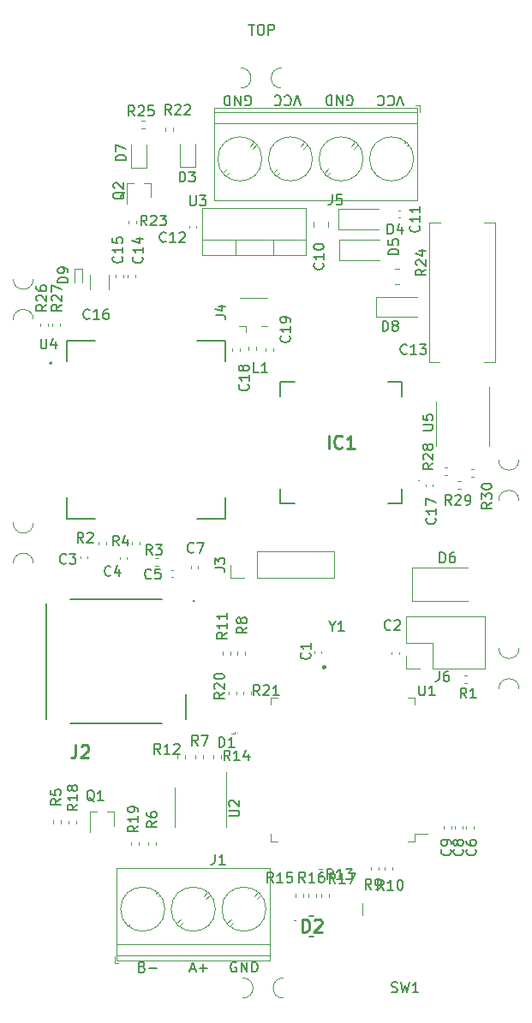
<source format=gbr>
%TF.GenerationSoftware,KiCad,Pcbnew,7.0.7*%
%TF.CreationDate,2023-10-05T08:38:53+02:00*%
%TF.ProjectId,Modbus_master,4d6f6462-7573-45f6-9d61-737465722e6b,rev?*%
%TF.SameCoordinates,PX4d3f640PY9988330*%
%TF.FileFunction,Legend,Top*%
%TF.FilePolarity,Positive*%
%FSLAX46Y46*%
G04 Gerber Fmt 4.6, Leading zero omitted, Abs format (unit mm)*
G04 Created by KiCad (PCBNEW 7.0.7) date 2023-10-05 08:38:53*
%MOMM*%
%LPD*%
G01*
G04 APERTURE LIST*
%ADD10C,0.150000*%
%ADD11C,0.254000*%
%ADD12C,0.200000*%
%ADD13C,0.100000*%
%ADD14C,0.120000*%
%ADD15C,0.127000*%
%ADD16C,0.110000*%
%ADD17C,0.400000*%
G04 APERTURE END LIST*
D10*
X54966077Y106139820D02*
X54632744Y107139820D01*
X54632744Y107139820D02*
X54299411Y106139820D01*
X53394649Y107044581D02*
X53442268Y107092200D01*
X53442268Y107092200D02*
X53585125Y107139820D01*
X53585125Y107139820D02*
X53680363Y107139820D01*
X53680363Y107139820D02*
X53823220Y107092200D01*
X53823220Y107092200D02*
X53918458Y106996962D01*
X53918458Y106996962D02*
X53966077Y106901724D01*
X53966077Y106901724D02*
X54013696Y106711248D01*
X54013696Y106711248D02*
X54013696Y106568391D01*
X54013696Y106568391D02*
X53966077Y106377915D01*
X53966077Y106377915D02*
X53918458Y106282677D01*
X53918458Y106282677D02*
X53823220Y106187439D01*
X53823220Y106187439D02*
X53680363Y106139820D01*
X53680363Y106139820D02*
X53585125Y106139820D01*
X53585125Y106139820D02*
X53442268Y106187439D01*
X53442268Y106187439D02*
X53394649Y106235058D01*
X52394649Y107044581D02*
X52442268Y107092200D01*
X52442268Y107092200D02*
X52585125Y107139820D01*
X52585125Y107139820D02*
X52680363Y107139820D01*
X52680363Y107139820D02*
X52823220Y107092200D01*
X52823220Y107092200D02*
X52918458Y106996962D01*
X52918458Y106996962D02*
X52966077Y106901724D01*
X52966077Y106901724D02*
X53013696Y106711248D01*
X53013696Y106711248D02*
X53013696Y106568391D01*
X53013696Y106568391D02*
X52966077Y106377915D01*
X52966077Y106377915D02*
X52918458Y106282677D01*
X52918458Y106282677D02*
X52823220Y106187439D01*
X52823220Y106187439D02*
X52680363Y106139820D01*
X52680363Y106139820D02*
X52585125Y106139820D01*
X52585125Y106139820D02*
X52442268Y106187439D01*
X52442268Y106187439D02*
X52394649Y106235058D01*
X44056660Y20725896D02*
X44532850Y20725896D01*
X43961422Y20440181D02*
X44294755Y21440181D01*
X44294755Y21440181D02*
X44628088Y20440181D01*
X44961422Y20821134D02*
X45723327Y20821134D01*
X45342374Y20440181D02*
X45342374Y21202086D01*
X49499411Y106177439D02*
X49594649Y106129820D01*
X49594649Y106129820D02*
X49737506Y106129820D01*
X49737506Y106129820D02*
X49880363Y106177439D01*
X49880363Y106177439D02*
X49975601Y106272677D01*
X49975601Y106272677D02*
X50023220Y106367915D01*
X50023220Y106367915D02*
X50070839Y106558391D01*
X50070839Y106558391D02*
X50070839Y106701248D01*
X50070839Y106701248D02*
X50023220Y106891724D01*
X50023220Y106891724D02*
X49975601Y106986962D01*
X49975601Y106986962D02*
X49880363Y107082200D01*
X49880363Y107082200D02*
X49737506Y107129820D01*
X49737506Y107129820D02*
X49642268Y107129820D01*
X49642268Y107129820D02*
X49499411Y107082200D01*
X49499411Y107082200D02*
X49451792Y107034581D01*
X49451792Y107034581D02*
X49451792Y106701248D01*
X49451792Y106701248D02*
X49642268Y106701248D01*
X49023220Y107129820D02*
X49023220Y106129820D01*
X49023220Y106129820D02*
X48451792Y107129820D01*
X48451792Y107129820D02*
X48451792Y106129820D01*
X47975601Y107129820D02*
X47975601Y106129820D01*
X47975601Y106129820D02*
X47737506Y106129820D01*
X47737506Y106129820D02*
X47594649Y106177439D01*
X47594649Y106177439D02*
X47499411Y106272677D01*
X47499411Y106272677D02*
X47451792Y106367915D01*
X47451792Y106367915D02*
X47404173Y106558391D01*
X47404173Y106558391D02*
X47404173Y106701248D01*
X47404173Y106701248D02*
X47451792Y106891724D01*
X47451792Y106891724D02*
X47499411Y106986962D01*
X47499411Y106986962D02*
X47594649Y107082200D01*
X47594649Y107082200D02*
X47737506Y107129820D01*
X47737506Y107129820D02*
X47975601Y107129820D01*
X39322612Y20948991D02*
X39465469Y20901372D01*
X39465469Y20901372D02*
X39513088Y20853753D01*
X39513088Y20853753D02*
X39560707Y20758515D01*
X39560707Y20758515D02*
X39560707Y20615658D01*
X39560707Y20615658D02*
X39513088Y20520420D01*
X39513088Y20520420D02*
X39465469Y20472800D01*
X39465469Y20472800D02*
X39370231Y20425181D01*
X39370231Y20425181D02*
X38989279Y20425181D01*
X38989279Y20425181D02*
X38989279Y21425181D01*
X38989279Y21425181D02*
X39322612Y21425181D01*
X39322612Y21425181D02*
X39417850Y21377562D01*
X39417850Y21377562D02*
X39465469Y21329943D01*
X39465469Y21329943D02*
X39513088Y21234705D01*
X39513088Y21234705D02*
X39513088Y21139467D01*
X39513088Y21139467D02*
X39465469Y21044229D01*
X39465469Y21044229D02*
X39417850Y20996610D01*
X39417850Y20996610D02*
X39322612Y20948991D01*
X39322612Y20948991D02*
X38989279Y20948991D01*
X39989279Y20806134D02*
X40751184Y20806134D01*
X59569411Y106187439D02*
X59664649Y106139820D01*
X59664649Y106139820D02*
X59807506Y106139820D01*
X59807506Y106139820D02*
X59950363Y106187439D01*
X59950363Y106187439D02*
X60045601Y106282677D01*
X60045601Y106282677D02*
X60093220Y106377915D01*
X60093220Y106377915D02*
X60140839Y106568391D01*
X60140839Y106568391D02*
X60140839Y106711248D01*
X60140839Y106711248D02*
X60093220Y106901724D01*
X60093220Y106901724D02*
X60045601Y106996962D01*
X60045601Y106996962D02*
X59950363Y107092200D01*
X59950363Y107092200D02*
X59807506Y107139820D01*
X59807506Y107139820D02*
X59712268Y107139820D01*
X59712268Y107139820D02*
X59569411Y107092200D01*
X59569411Y107092200D02*
X59521792Y107044581D01*
X59521792Y107044581D02*
X59521792Y106711248D01*
X59521792Y106711248D02*
X59712268Y106711248D01*
X59093220Y107139820D02*
X59093220Y106139820D01*
X59093220Y106139820D02*
X58521792Y107139820D01*
X58521792Y107139820D02*
X58521792Y106139820D01*
X58045601Y107139820D02*
X58045601Y106139820D01*
X58045601Y106139820D02*
X57807506Y106139820D01*
X57807506Y106139820D02*
X57664649Y106187439D01*
X57664649Y106187439D02*
X57569411Y106282677D01*
X57569411Y106282677D02*
X57521792Y106377915D01*
X57521792Y106377915D02*
X57474173Y106568391D01*
X57474173Y106568391D02*
X57474173Y106711248D01*
X57474173Y106711248D02*
X57521792Y106901724D01*
X57521792Y106901724D02*
X57569411Y106996962D01*
X57569411Y106996962D02*
X57664649Y107092200D01*
X57664649Y107092200D02*
X57807506Y107139820D01*
X57807506Y107139820D02*
X58045601Y107139820D01*
X48615588Y21405062D02*
X48520350Y21452681D01*
X48520350Y21452681D02*
X48377493Y21452681D01*
X48377493Y21452681D02*
X48234636Y21405062D01*
X48234636Y21405062D02*
X48139398Y21309824D01*
X48139398Y21309824D02*
X48091779Y21214586D01*
X48091779Y21214586D02*
X48044160Y21024110D01*
X48044160Y21024110D02*
X48044160Y20881253D01*
X48044160Y20881253D02*
X48091779Y20690777D01*
X48091779Y20690777D02*
X48139398Y20595539D01*
X48139398Y20595539D02*
X48234636Y20500300D01*
X48234636Y20500300D02*
X48377493Y20452681D01*
X48377493Y20452681D02*
X48472731Y20452681D01*
X48472731Y20452681D02*
X48615588Y20500300D01*
X48615588Y20500300D02*
X48663207Y20547920D01*
X48663207Y20547920D02*
X48663207Y20881253D01*
X48663207Y20881253D02*
X48472731Y20881253D01*
X49091779Y20452681D02*
X49091779Y21452681D01*
X49091779Y21452681D02*
X49663207Y20452681D01*
X49663207Y20452681D02*
X49663207Y21452681D01*
X50139398Y20452681D02*
X50139398Y21452681D01*
X50139398Y21452681D02*
X50377493Y21452681D01*
X50377493Y21452681D02*
X50520350Y21405062D01*
X50520350Y21405062D02*
X50615588Y21309824D01*
X50615588Y21309824D02*
X50663207Y21214586D01*
X50663207Y21214586D02*
X50710826Y21024110D01*
X50710826Y21024110D02*
X50710826Y20881253D01*
X50710826Y20881253D02*
X50663207Y20690777D01*
X50663207Y20690777D02*
X50615588Y20595539D01*
X50615588Y20595539D02*
X50520350Y20500300D01*
X50520350Y20500300D02*
X50377493Y20452681D01*
X50377493Y20452681D02*
X50139398Y20452681D01*
X65166077Y106129820D02*
X64832744Y107129820D01*
X64832744Y107129820D02*
X64499411Y106129820D01*
X63594649Y107034581D02*
X63642268Y107082200D01*
X63642268Y107082200D02*
X63785125Y107129820D01*
X63785125Y107129820D02*
X63880363Y107129820D01*
X63880363Y107129820D02*
X64023220Y107082200D01*
X64023220Y107082200D02*
X64118458Y106986962D01*
X64118458Y106986962D02*
X64166077Y106891724D01*
X64166077Y106891724D02*
X64213696Y106701248D01*
X64213696Y106701248D02*
X64213696Y106558391D01*
X64213696Y106558391D02*
X64166077Y106367915D01*
X64166077Y106367915D02*
X64118458Y106272677D01*
X64118458Y106272677D02*
X64023220Y106177439D01*
X64023220Y106177439D02*
X63880363Y106129820D01*
X63880363Y106129820D02*
X63785125Y106129820D01*
X63785125Y106129820D02*
X63642268Y106177439D01*
X63642268Y106177439D02*
X63594649Y106225058D01*
X62594649Y107034581D02*
X62642268Y107082200D01*
X62642268Y107082200D02*
X62785125Y107129820D01*
X62785125Y107129820D02*
X62880363Y107129820D01*
X62880363Y107129820D02*
X63023220Y107082200D01*
X63023220Y107082200D02*
X63118458Y106986962D01*
X63118458Y106986962D02*
X63166077Y106891724D01*
X63166077Y106891724D02*
X63213696Y106701248D01*
X63213696Y106701248D02*
X63213696Y106558391D01*
X63213696Y106558391D02*
X63166077Y106367915D01*
X63166077Y106367915D02*
X63118458Y106272677D01*
X63118458Y106272677D02*
X63023220Y106177439D01*
X63023220Y106177439D02*
X62880363Y106129820D01*
X62880363Y106129820D02*
X62785125Y106129820D01*
X62785125Y106129820D02*
X62642268Y106177439D01*
X62642268Y106177439D02*
X62594649Y106225058D01*
X49843922Y114140181D02*
X50415350Y114140181D01*
X50129636Y113140181D02*
X50129636Y114140181D01*
X50939160Y114140181D02*
X51129636Y114140181D01*
X51129636Y114140181D02*
X51224874Y114092562D01*
X51224874Y114092562D02*
X51320112Y113997324D01*
X51320112Y113997324D02*
X51367731Y113806848D01*
X51367731Y113806848D02*
X51367731Y113473515D01*
X51367731Y113473515D02*
X51320112Y113283039D01*
X51320112Y113283039D02*
X51224874Y113187800D01*
X51224874Y113187800D02*
X51129636Y113140181D01*
X51129636Y113140181D02*
X50939160Y113140181D01*
X50939160Y113140181D02*
X50843922Y113187800D01*
X50843922Y113187800D02*
X50748684Y113283039D01*
X50748684Y113283039D02*
X50701065Y113473515D01*
X50701065Y113473515D02*
X50701065Y113806848D01*
X50701065Y113806848D02*
X50748684Y113997324D01*
X50748684Y113997324D02*
X50843922Y114092562D01*
X50843922Y114092562D02*
X50939160Y114140181D01*
X51796303Y113140181D02*
X51796303Y114140181D01*
X51796303Y114140181D02*
X52177255Y114140181D01*
X52177255Y114140181D02*
X52272493Y114092562D01*
X52272493Y114092562D02*
X52320112Y114044943D01*
X52320112Y114044943D02*
X52367731Y113949705D01*
X52367731Y113949705D02*
X52367731Y113806848D01*
X52367731Y113806848D02*
X52320112Y113711610D01*
X52320112Y113711610D02*
X52272493Y113663991D01*
X52272493Y113663991D02*
X52177255Y113616372D01*
X52177255Y113616372D02*
X51796303Y113616372D01*
D11*
X57728837Y72232482D02*
X57728837Y73502482D01*
X59059314Y72353435D02*
X58998838Y72292958D01*
X58998838Y72292958D02*
X58817409Y72232482D01*
X58817409Y72232482D02*
X58696457Y72232482D01*
X58696457Y72232482D02*
X58515028Y72292958D01*
X58515028Y72292958D02*
X58394076Y72413911D01*
X58394076Y72413911D02*
X58333599Y72534863D01*
X58333599Y72534863D02*
X58273123Y72776768D01*
X58273123Y72776768D02*
X58273123Y72958197D01*
X58273123Y72958197D02*
X58333599Y73200101D01*
X58333599Y73200101D02*
X58394076Y73321054D01*
X58394076Y73321054D02*
X58515028Y73442006D01*
X58515028Y73442006D02*
X58696457Y73502482D01*
X58696457Y73502482D02*
X58817409Y73502482D01*
X58817409Y73502482D02*
X58998838Y73442006D01*
X58998838Y73442006D02*
X59059314Y73381530D01*
X60268838Y72232482D02*
X59543123Y72232482D01*
X59905980Y72232482D02*
X59905980Y73502482D01*
X59905980Y73502482D02*
X59785028Y73321054D01*
X59785028Y73321054D02*
X59664076Y73200101D01*
X59664076Y73200101D02*
X59543123Y73139625D01*
X55116418Y24394282D02*
X55116418Y25664282D01*
X55116418Y25664282D02*
X55418799Y25664282D01*
X55418799Y25664282D02*
X55600228Y25603806D01*
X55600228Y25603806D02*
X55721180Y25482854D01*
X55721180Y25482854D02*
X55781657Y25361901D01*
X55781657Y25361901D02*
X55842133Y25119997D01*
X55842133Y25119997D02*
X55842133Y24938568D01*
X55842133Y24938568D02*
X55781657Y24696663D01*
X55781657Y24696663D02*
X55721180Y24575711D01*
X55721180Y24575711D02*
X55600228Y24454758D01*
X55600228Y24454758D02*
X55418799Y24394282D01*
X55418799Y24394282D02*
X55116418Y24394282D01*
X56325942Y25543330D02*
X56386418Y25603806D01*
X56386418Y25603806D02*
X56507371Y25664282D01*
X56507371Y25664282D02*
X56809752Y25664282D01*
X56809752Y25664282D02*
X56930704Y25603806D01*
X56930704Y25603806D02*
X56991180Y25543330D01*
X56991180Y25543330D02*
X57051657Y25422378D01*
X57051657Y25422378D02*
X57051657Y25301425D01*
X57051657Y25301425D02*
X56991180Y25119997D01*
X56991180Y25119997D02*
X56265466Y24394282D01*
X56265466Y24394282D02*
X57051657Y24394282D01*
D10*
X72238980Y32585334D02*
X72286600Y32537715D01*
X72286600Y32537715D02*
X72334219Y32394858D01*
X72334219Y32394858D02*
X72334219Y32299620D01*
X72334219Y32299620D02*
X72286600Y32156763D01*
X72286600Y32156763D02*
X72191361Y32061525D01*
X72191361Y32061525D02*
X72096123Y32013906D01*
X72096123Y32013906D02*
X71905647Y31966287D01*
X71905647Y31966287D02*
X71762790Y31966287D01*
X71762790Y31966287D02*
X71572314Y32013906D01*
X71572314Y32013906D02*
X71477076Y32061525D01*
X71477076Y32061525D02*
X71381838Y32156763D01*
X71381838Y32156763D02*
X71334219Y32299620D01*
X71334219Y32299620D02*
X71334219Y32394858D01*
X71334219Y32394858D02*
X71381838Y32537715D01*
X71381838Y32537715D02*
X71429457Y32585334D01*
X71334219Y33442477D02*
X71334219Y33252001D01*
X71334219Y33252001D02*
X71381838Y33156763D01*
X71381838Y33156763D02*
X71429457Y33109144D01*
X71429457Y33109144D02*
X71572314Y33013906D01*
X71572314Y33013906D02*
X71762790Y32966287D01*
X71762790Y32966287D02*
X72143742Y32966287D01*
X72143742Y32966287D02*
X72238980Y33013906D01*
X72238980Y33013906D02*
X72286600Y33061525D01*
X72286600Y33061525D02*
X72334219Y33156763D01*
X72334219Y33156763D02*
X72334219Y33347239D01*
X72334219Y33347239D02*
X72286600Y33442477D01*
X72286600Y33442477D02*
X72238980Y33490096D01*
X72238980Y33490096D02*
X72143742Y33537715D01*
X72143742Y33537715D02*
X71905647Y33537715D01*
X71905647Y33537715D02*
X71810409Y33490096D01*
X71810409Y33490096D02*
X71762790Y33442477D01*
X71762790Y33442477D02*
X71715171Y33347239D01*
X71715171Y33347239D02*
X71715171Y33156763D01*
X71715171Y33156763D02*
X71762790Y33061525D01*
X71762790Y33061525D02*
X71810409Y33013906D01*
X71810409Y33013906D02*
X71905647Y32966287D01*
X68259580Y65347143D02*
X68307200Y65299524D01*
X68307200Y65299524D02*
X68354819Y65156667D01*
X68354819Y65156667D02*
X68354819Y65061429D01*
X68354819Y65061429D02*
X68307200Y64918572D01*
X68307200Y64918572D02*
X68211961Y64823334D01*
X68211961Y64823334D02*
X68116723Y64775715D01*
X68116723Y64775715D02*
X67926247Y64728096D01*
X67926247Y64728096D02*
X67783390Y64728096D01*
X67783390Y64728096D02*
X67592914Y64775715D01*
X67592914Y64775715D02*
X67497676Y64823334D01*
X67497676Y64823334D02*
X67402438Y64918572D01*
X67402438Y64918572D02*
X67354819Y65061429D01*
X67354819Y65061429D02*
X67354819Y65156667D01*
X67354819Y65156667D02*
X67402438Y65299524D01*
X67402438Y65299524D02*
X67450057Y65347143D01*
X68354819Y66299524D02*
X68354819Y65728096D01*
X68354819Y66013810D02*
X67354819Y66013810D01*
X67354819Y66013810D02*
X67497676Y65918572D01*
X67497676Y65918572D02*
X67592914Y65823334D01*
X67592914Y65823334D02*
X67640533Y65728096D01*
X67354819Y66632858D02*
X67354819Y67299524D01*
X67354819Y67299524D02*
X68354819Y66870953D01*
X68656666Y50185181D02*
X68656666Y49470896D01*
X68656666Y49470896D02*
X68609047Y49328039D01*
X68609047Y49328039D02*
X68513809Y49232800D01*
X68513809Y49232800D02*
X68370952Y49185181D01*
X68370952Y49185181D02*
X68275714Y49185181D01*
X69561428Y50185181D02*
X69370952Y50185181D01*
X69370952Y50185181D02*
X69275714Y50137562D01*
X69275714Y50137562D02*
X69228095Y50089943D01*
X69228095Y50089943D02*
X69132857Y49947086D01*
X69132857Y49947086D02*
X69085238Y49756610D01*
X69085238Y49756610D02*
X69085238Y49375658D01*
X69085238Y49375658D02*
X69132857Y49280420D01*
X69132857Y49280420D02*
X69180476Y49232800D01*
X69180476Y49232800D02*
X69275714Y49185181D01*
X69275714Y49185181D02*
X69466190Y49185181D01*
X69466190Y49185181D02*
X69561428Y49232800D01*
X69561428Y49232800D02*
X69609047Y49280420D01*
X69609047Y49280420D02*
X69656666Y49375658D01*
X69656666Y49375658D02*
X69656666Y49613753D01*
X69656666Y49613753D02*
X69609047Y49708991D01*
X69609047Y49708991D02*
X69561428Y49756610D01*
X69561428Y49756610D02*
X69466190Y49804229D01*
X69466190Y49804229D02*
X69275714Y49804229D01*
X69275714Y49804229D02*
X69180476Y49756610D01*
X69180476Y49756610D02*
X69132857Y49708991D01*
X69132857Y49708991D02*
X69085238Y49613753D01*
X64647819Y91398506D02*
X63647819Y91398506D01*
X63647819Y91398506D02*
X63647819Y91636601D01*
X63647819Y91636601D02*
X63695438Y91779458D01*
X63695438Y91779458D02*
X63790676Y91874696D01*
X63790676Y91874696D02*
X63885914Y91922315D01*
X63885914Y91922315D02*
X64076390Y91969934D01*
X64076390Y91969934D02*
X64219247Y91969934D01*
X64219247Y91969934D02*
X64409723Y91922315D01*
X64409723Y91922315D02*
X64504961Y91874696D01*
X64504961Y91874696D02*
X64600200Y91779458D01*
X64600200Y91779458D02*
X64647819Y91636601D01*
X64647819Y91636601D02*
X64647819Y91398506D01*
X63647819Y92874696D02*
X63647819Y92398506D01*
X63647819Y92398506D02*
X64124009Y92350887D01*
X64124009Y92350887D02*
X64076390Y92398506D01*
X64076390Y92398506D02*
X64028771Y92493744D01*
X64028771Y92493744D02*
X64028771Y92731839D01*
X64028771Y92731839D02*
X64076390Y92827077D01*
X64076390Y92827077D02*
X64124009Y92874696D01*
X64124009Y92874696D02*
X64219247Y92922315D01*
X64219247Y92922315D02*
X64457342Y92922315D01*
X64457342Y92922315D02*
X64552580Y92874696D01*
X64552580Y92874696D02*
X64600200Y92827077D01*
X64600200Y92827077D02*
X64647819Y92731839D01*
X64647819Y92731839D02*
X64647819Y92493744D01*
X64647819Y92493744D02*
X64600200Y92398506D01*
X64600200Y92398506D02*
X64552580Y92350887D01*
X73854819Y66847143D02*
X73378628Y66513810D01*
X73854819Y66275715D02*
X72854819Y66275715D01*
X72854819Y66275715D02*
X72854819Y66656667D01*
X72854819Y66656667D02*
X72902438Y66751905D01*
X72902438Y66751905D02*
X72950057Y66799524D01*
X72950057Y66799524D02*
X73045295Y66847143D01*
X73045295Y66847143D02*
X73188152Y66847143D01*
X73188152Y66847143D02*
X73283390Y66799524D01*
X73283390Y66799524D02*
X73331009Y66751905D01*
X73331009Y66751905D02*
X73378628Y66656667D01*
X73378628Y66656667D02*
X73378628Y66275715D01*
X72854819Y67180477D02*
X72854819Y67799524D01*
X72854819Y67799524D02*
X73235771Y67466191D01*
X73235771Y67466191D02*
X73235771Y67609048D01*
X73235771Y67609048D02*
X73283390Y67704286D01*
X73283390Y67704286D02*
X73331009Y67751905D01*
X73331009Y67751905D02*
X73426247Y67799524D01*
X73426247Y67799524D02*
X73664342Y67799524D01*
X73664342Y67799524D02*
X73759580Y67751905D01*
X73759580Y67751905D02*
X73807200Y67704286D01*
X73807200Y67704286D02*
X73854819Y67609048D01*
X73854819Y67609048D02*
X73854819Y67323334D01*
X73854819Y67323334D02*
X73807200Y67228096D01*
X73807200Y67228096D02*
X73759580Y67180477D01*
X72854819Y68418572D02*
X72854819Y68513810D01*
X72854819Y68513810D02*
X72902438Y68609048D01*
X72902438Y68609048D02*
X72950057Y68656667D01*
X72950057Y68656667D02*
X73045295Y68704286D01*
X73045295Y68704286D02*
X73235771Y68751905D01*
X73235771Y68751905D02*
X73473866Y68751905D01*
X73473866Y68751905D02*
X73664342Y68704286D01*
X73664342Y68704286D02*
X73759580Y68656667D01*
X73759580Y68656667D02*
X73807200Y68609048D01*
X73807200Y68609048D02*
X73854819Y68513810D01*
X73854819Y68513810D02*
X73854819Y68418572D01*
X73854819Y68418572D02*
X73807200Y68323334D01*
X73807200Y68323334D02*
X73759580Y68275715D01*
X73759580Y68275715D02*
X73664342Y68228096D01*
X73664342Y68228096D02*
X73473866Y68180477D01*
X73473866Y68180477D02*
X73235771Y68180477D01*
X73235771Y68180477D02*
X73045295Y68228096D01*
X73045295Y68228096D02*
X72950057Y68275715D01*
X72950057Y68275715D02*
X72902438Y68323334D01*
X72902438Y68323334D02*
X72854819Y68418572D01*
X57157380Y90548343D02*
X57205000Y90500724D01*
X57205000Y90500724D02*
X57252619Y90357867D01*
X57252619Y90357867D02*
X57252619Y90262629D01*
X57252619Y90262629D02*
X57205000Y90119772D01*
X57205000Y90119772D02*
X57109761Y90024534D01*
X57109761Y90024534D02*
X57014523Y89976915D01*
X57014523Y89976915D02*
X56824047Y89929296D01*
X56824047Y89929296D02*
X56681190Y89929296D01*
X56681190Y89929296D02*
X56490714Y89976915D01*
X56490714Y89976915D02*
X56395476Y90024534D01*
X56395476Y90024534D02*
X56300238Y90119772D01*
X56300238Y90119772D02*
X56252619Y90262629D01*
X56252619Y90262629D02*
X56252619Y90357867D01*
X56252619Y90357867D02*
X56300238Y90500724D01*
X56300238Y90500724D02*
X56347857Y90548343D01*
X57252619Y91500724D02*
X57252619Y90929296D01*
X57252619Y91215010D02*
X56252619Y91215010D01*
X56252619Y91215010D02*
X56395476Y91119772D01*
X56395476Y91119772D02*
X56490714Y91024534D01*
X56490714Y91024534D02*
X56538333Y90929296D01*
X56252619Y92119772D02*
X56252619Y92215010D01*
X56252619Y92215010D02*
X56300238Y92310248D01*
X56300238Y92310248D02*
X56347857Y92357867D01*
X56347857Y92357867D02*
X56443095Y92405486D01*
X56443095Y92405486D02*
X56633571Y92453105D01*
X56633571Y92453105D02*
X56871666Y92453105D01*
X56871666Y92453105D02*
X57062142Y92405486D01*
X57062142Y92405486D02*
X57157380Y92357867D01*
X57157380Y92357867D02*
X57205000Y92310248D01*
X57205000Y92310248D02*
X57252619Y92215010D01*
X57252619Y92215010D02*
X57252619Y92119772D01*
X57252619Y92119772D02*
X57205000Y92024534D01*
X57205000Y92024534D02*
X57157380Y91976915D01*
X57157380Y91976915D02*
X57062142Y91929296D01*
X57062142Y91929296D02*
X56871666Y91881677D01*
X56871666Y91881677D02*
X56633571Y91881677D01*
X56633571Y91881677D02*
X56443095Y91929296D01*
X56443095Y91929296D02*
X56347857Y91976915D01*
X56347857Y91976915D02*
X56300238Y92024534D01*
X56300238Y92024534D02*
X56252619Y92119772D01*
X41657142Y92730420D02*
X41609523Y92682800D01*
X41609523Y92682800D02*
X41466666Y92635181D01*
X41466666Y92635181D02*
X41371428Y92635181D01*
X41371428Y92635181D02*
X41228571Y92682800D01*
X41228571Y92682800D02*
X41133333Y92778039D01*
X41133333Y92778039D02*
X41085714Y92873277D01*
X41085714Y92873277D02*
X41038095Y93063753D01*
X41038095Y93063753D02*
X41038095Y93206610D01*
X41038095Y93206610D02*
X41085714Y93397086D01*
X41085714Y93397086D02*
X41133333Y93492324D01*
X41133333Y93492324D02*
X41228571Y93587562D01*
X41228571Y93587562D02*
X41371428Y93635181D01*
X41371428Y93635181D02*
X41466666Y93635181D01*
X41466666Y93635181D02*
X41609523Y93587562D01*
X41609523Y93587562D02*
X41657142Y93539943D01*
X42609523Y92635181D02*
X42038095Y92635181D01*
X42323809Y92635181D02*
X42323809Y93635181D01*
X42323809Y93635181D02*
X42228571Y93492324D01*
X42228571Y93492324D02*
X42133333Y93397086D01*
X42133333Y93397086D02*
X42038095Y93349467D01*
X42990476Y93539943D02*
X43038095Y93587562D01*
X43038095Y93587562D02*
X43133333Y93635181D01*
X43133333Y93635181D02*
X43371428Y93635181D01*
X43371428Y93635181D02*
X43466666Y93587562D01*
X43466666Y93587562D02*
X43514285Y93539943D01*
X43514285Y93539943D02*
X43561904Y93444705D01*
X43561904Y93444705D02*
X43561904Y93349467D01*
X43561904Y93349467D02*
X43514285Y93206610D01*
X43514285Y93206610D02*
X42942857Y92635181D01*
X42942857Y92635181D02*
X43561904Y92635181D01*
D11*
X32746667Y42885682D02*
X32746667Y41978539D01*
X32746667Y41978539D02*
X32686190Y41797111D01*
X32686190Y41797111D02*
X32565238Y41676158D01*
X32565238Y41676158D02*
X32383809Y41615682D01*
X32383809Y41615682D02*
X32262857Y41615682D01*
X33290952Y42764730D02*
X33351428Y42825206D01*
X33351428Y42825206D02*
X33472381Y42885682D01*
X33472381Y42885682D02*
X33774762Y42885682D01*
X33774762Y42885682D02*
X33895714Y42825206D01*
X33895714Y42825206D02*
X33956190Y42764730D01*
X33956190Y42764730D02*
X34016667Y42643778D01*
X34016667Y42643778D02*
X34016667Y42522825D01*
X34016667Y42522825D02*
X33956190Y42341397D01*
X33956190Y42341397D02*
X33230476Y41615682D01*
X33230476Y41615682D02*
X34016667Y41615682D01*
D10*
X53859580Y83347143D02*
X53907200Y83299524D01*
X53907200Y83299524D02*
X53954819Y83156667D01*
X53954819Y83156667D02*
X53954819Y83061429D01*
X53954819Y83061429D02*
X53907200Y82918572D01*
X53907200Y82918572D02*
X53811961Y82823334D01*
X53811961Y82823334D02*
X53716723Y82775715D01*
X53716723Y82775715D02*
X53526247Y82728096D01*
X53526247Y82728096D02*
X53383390Y82728096D01*
X53383390Y82728096D02*
X53192914Y82775715D01*
X53192914Y82775715D02*
X53097676Y82823334D01*
X53097676Y82823334D02*
X53002438Y82918572D01*
X53002438Y82918572D02*
X52954819Y83061429D01*
X52954819Y83061429D02*
X52954819Y83156667D01*
X52954819Y83156667D02*
X53002438Y83299524D01*
X53002438Y83299524D02*
X53050057Y83347143D01*
X53954819Y84299524D02*
X53954819Y83728096D01*
X53954819Y84013810D02*
X52954819Y84013810D01*
X52954819Y84013810D02*
X53097676Y83918572D01*
X53097676Y83918572D02*
X53192914Y83823334D01*
X53192914Y83823334D02*
X53240533Y83728096D01*
X53954819Y84775715D02*
X53954819Y84966191D01*
X53954819Y84966191D02*
X53907200Y85061429D01*
X53907200Y85061429D02*
X53859580Y85109048D01*
X53859580Y85109048D02*
X53716723Y85204286D01*
X53716723Y85204286D02*
X53526247Y85251905D01*
X53526247Y85251905D02*
X53145295Y85251905D01*
X53145295Y85251905D02*
X53050057Y85204286D01*
X53050057Y85204286D02*
X53002438Y85156667D01*
X53002438Y85156667D02*
X52954819Y85061429D01*
X52954819Y85061429D02*
X52954819Y84870953D01*
X52954819Y84870953D02*
X53002438Y84775715D01*
X53002438Y84775715D02*
X53050057Y84728096D01*
X53050057Y84728096D02*
X53145295Y84680477D01*
X53145295Y84680477D02*
X53383390Y84680477D01*
X53383390Y84680477D02*
X53478628Y84728096D01*
X53478628Y84728096D02*
X53526247Y84775715D01*
X53526247Y84775715D02*
X53573866Y84870953D01*
X53573866Y84870953D02*
X53573866Y85061429D01*
X53573866Y85061429D02*
X53526247Y85156667D01*
X53526247Y85156667D02*
X53478628Y85204286D01*
X53478628Y85204286D02*
X53383390Y85251905D01*
X36993333Y62605181D02*
X36660000Y63081372D01*
X36421905Y62605181D02*
X36421905Y63605181D01*
X36421905Y63605181D02*
X36802857Y63605181D01*
X36802857Y63605181D02*
X36898095Y63557562D01*
X36898095Y63557562D02*
X36945714Y63509943D01*
X36945714Y63509943D02*
X36993333Y63414705D01*
X36993333Y63414705D02*
X36993333Y63271848D01*
X36993333Y63271848D02*
X36945714Y63176610D01*
X36945714Y63176610D02*
X36898095Y63128991D01*
X36898095Y63128991D02*
X36802857Y63081372D01*
X36802857Y63081372D02*
X36421905Y63081372D01*
X37850476Y63271848D02*
X37850476Y62605181D01*
X37612381Y63652800D02*
X37374286Y62938515D01*
X37374286Y62938515D02*
X37993333Y62938515D01*
X31793333Y60900420D02*
X31745714Y60852800D01*
X31745714Y60852800D02*
X31602857Y60805181D01*
X31602857Y60805181D02*
X31507619Y60805181D01*
X31507619Y60805181D02*
X31364762Y60852800D01*
X31364762Y60852800D02*
X31269524Y60948039D01*
X31269524Y60948039D02*
X31221905Y61043277D01*
X31221905Y61043277D02*
X31174286Y61233753D01*
X31174286Y61233753D02*
X31174286Y61376610D01*
X31174286Y61376610D02*
X31221905Y61567086D01*
X31221905Y61567086D02*
X31269524Y61662324D01*
X31269524Y61662324D02*
X31364762Y61757562D01*
X31364762Y61757562D02*
X31507619Y61805181D01*
X31507619Y61805181D02*
X31602857Y61805181D01*
X31602857Y61805181D02*
X31745714Y61757562D01*
X31745714Y61757562D02*
X31793333Y61709943D01*
X32126667Y61805181D02*
X32745714Y61805181D01*
X32745714Y61805181D02*
X32412381Y61424229D01*
X32412381Y61424229D02*
X32555238Y61424229D01*
X32555238Y61424229D02*
X32650476Y61376610D01*
X32650476Y61376610D02*
X32698095Y61328991D01*
X32698095Y61328991D02*
X32745714Y61233753D01*
X32745714Y61233753D02*
X32745714Y60995658D01*
X32745714Y60995658D02*
X32698095Y60900420D01*
X32698095Y60900420D02*
X32650476Y60852800D01*
X32650476Y60852800D02*
X32555238Y60805181D01*
X32555238Y60805181D02*
X32269524Y60805181D01*
X32269524Y60805181D02*
X32174286Y60852800D01*
X32174286Y60852800D02*
X32126667Y60900420D01*
X61940133Y28633181D02*
X61606800Y29109372D01*
X61368705Y28633181D02*
X61368705Y29633181D01*
X61368705Y29633181D02*
X61749657Y29633181D01*
X61749657Y29633181D02*
X61844895Y29585562D01*
X61844895Y29585562D02*
X61892514Y29537943D01*
X61892514Y29537943D02*
X61940133Y29442705D01*
X61940133Y29442705D02*
X61940133Y29299848D01*
X61940133Y29299848D02*
X61892514Y29204610D01*
X61892514Y29204610D02*
X61844895Y29156991D01*
X61844895Y29156991D02*
X61749657Y29109372D01*
X61749657Y29109372D02*
X61368705Y29109372D01*
X62416324Y28633181D02*
X62606800Y28633181D01*
X62606800Y28633181D02*
X62702038Y28680800D01*
X62702038Y28680800D02*
X62749657Y28728420D01*
X62749657Y28728420D02*
X62844895Y28871277D01*
X62844895Y28871277D02*
X62892514Y29061753D01*
X62892514Y29061753D02*
X62892514Y29442705D01*
X62892514Y29442705D02*
X62844895Y29537943D01*
X62844895Y29537943D02*
X62797276Y29585562D01*
X62797276Y29585562D02*
X62702038Y29633181D01*
X62702038Y29633181D02*
X62511562Y29633181D01*
X62511562Y29633181D02*
X62416324Y29585562D01*
X62416324Y29585562D02*
X62368705Y29537943D01*
X62368705Y29537943D02*
X62321086Y29442705D01*
X62321086Y29442705D02*
X62321086Y29204610D01*
X62321086Y29204610D02*
X62368705Y29109372D01*
X62368705Y29109372D02*
X62416324Y29061753D01*
X62416324Y29061753D02*
X62511562Y29014134D01*
X62511562Y29014134D02*
X62702038Y29014134D01*
X62702038Y29014134D02*
X62797276Y29061753D01*
X62797276Y29061753D02*
X62844895Y29109372D01*
X62844895Y29109372D02*
X62892514Y29204610D01*
X29288095Y83085181D02*
X29288095Y82275658D01*
X29288095Y82275658D02*
X29335714Y82180420D01*
X29335714Y82180420D02*
X29383333Y82132800D01*
X29383333Y82132800D02*
X29478571Y82085181D01*
X29478571Y82085181D02*
X29669047Y82085181D01*
X29669047Y82085181D02*
X29764285Y82132800D01*
X29764285Y82132800D02*
X29811904Y82180420D01*
X29811904Y82180420D02*
X29859523Y82275658D01*
X29859523Y82275658D02*
X29859523Y83085181D01*
X30764285Y82751848D02*
X30764285Y82085181D01*
X30526190Y83132800D02*
X30288095Y82418515D01*
X30288095Y82418515D02*
X30907142Y82418515D01*
X49759580Y78547143D02*
X49807200Y78499524D01*
X49807200Y78499524D02*
X49854819Y78356667D01*
X49854819Y78356667D02*
X49854819Y78261429D01*
X49854819Y78261429D02*
X49807200Y78118572D01*
X49807200Y78118572D02*
X49711961Y78023334D01*
X49711961Y78023334D02*
X49616723Y77975715D01*
X49616723Y77975715D02*
X49426247Y77928096D01*
X49426247Y77928096D02*
X49283390Y77928096D01*
X49283390Y77928096D02*
X49092914Y77975715D01*
X49092914Y77975715D02*
X48997676Y78023334D01*
X48997676Y78023334D02*
X48902438Y78118572D01*
X48902438Y78118572D02*
X48854819Y78261429D01*
X48854819Y78261429D02*
X48854819Y78356667D01*
X48854819Y78356667D02*
X48902438Y78499524D01*
X48902438Y78499524D02*
X48950057Y78547143D01*
X49854819Y79499524D02*
X49854819Y78928096D01*
X49854819Y79213810D02*
X48854819Y79213810D01*
X48854819Y79213810D02*
X48997676Y79118572D01*
X48997676Y79118572D02*
X49092914Y79023334D01*
X49092914Y79023334D02*
X49140533Y78928096D01*
X49283390Y80070953D02*
X49235771Y79975715D01*
X49235771Y79975715D02*
X49188152Y79928096D01*
X49188152Y79928096D02*
X49092914Y79880477D01*
X49092914Y79880477D02*
X49045295Y79880477D01*
X49045295Y79880477D02*
X48950057Y79928096D01*
X48950057Y79928096D02*
X48902438Y79975715D01*
X48902438Y79975715D02*
X48854819Y80070953D01*
X48854819Y80070953D02*
X48854819Y80261429D01*
X48854819Y80261429D02*
X48902438Y80356667D01*
X48902438Y80356667D02*
X48950057Y80404286D01*
X48950057Y80404286D02*
X49045295Y80451905D01*
X49045295Y80451905D02*
X49092914Y80451905D01*
X49092914Y80451905D02*
X49188152Y80404286D01*
X49188152Y80404286D02*
X49235771Y80356667D01*
X49235771Y80356667D02*
X49283390Y80261429D01*
X49283390Y80261429D02*
X49283390Y80070953D01*
X49283390Y80070953D02*
X49331009Y79975715D01*
X49331009Y79975715D02*
X49378628Y79928096D01*
X49378628Y79928096D02*
X49473866Y79880477D01*
X49473866Y79880477D02*
X49664342Y79880477D01*
X49664342Y79880477D02*
X49759580Y79928096D01*
X49759580Y79928096D02*
X49807200Y79975715D01*
X49807200Y79975715D02*
X49854819Y80070953D01*
X49854819Y80070953D02*
X49854819Y80261429D01*
X49854819Y80261429D02*
X49807200Y80356667D01*
X49807200Y80356667D02*
X49759580Y80404286D01*
X49759580Y80404286D02*
X49664342Y80451905D01*
X49664342Y80451905D02*
X49473866Y80451905D01*
X49473866Y80451905D02*
X49378628Y80404286D01*
X49378628Y80404286D02*
X49331009Y80356667D01*
X49331009Y80356667D02*
X49283390Y80261429D01*
X29854819Y86447143D02*
X29378628Y86113810D01*
X29854819Y85875715D02*
X28854819Y85875715D01*
X28854819Y85875715D02*
X28854819Y86256667D01*
X28854819Y86256667D02*
X28902438Y86351905D01*
X28902438Y86351905D02*
X28950057Y86399524D01*
X28950057Y86399524D02*
X29045295Y86447143D01*
X29045295Y86447143D02*
X29188152Y86447143D01*
X29188152Y86447143D02*
X29283390Y86399524D01*
X29283390Y86399524D02*
X29331009Y86351905D01*
X29331009Y86351905D02*
X29378628Y86256667D01*
X29378628Y86256667D02*
X29378628Y85875715D01*
X28950057Y86828096D02*
X28902438Y86875715D01*
X28902438Y86875715D02*
X28854819Y86970953D01*
X28854819Y86970953D02*
X28854819Y87209048D01*
X28854819Y87209048D02*
X28902438Y87304286D01*
X28902438Y87304286D02*
X28950057Y87351905D01*
X28950057Y87351905D02*
X29045295Y87399524D01*
X29045295Y87399524D02*
X29140533Y87399524D01*
X29140533Y87399524D02*
X29283390Y87351905D01*
X29283390Y87351905D02*
X29854819Y86780477D01*
X29854819Y86780477D02*
X29854819Y87399524D01*
X28854819Y88256667D02*
X28854819Y88066191D01*
X28854819Y88066191D02*
X28902438Y87970953D01*
X28902438Y87970953D02*
X28950057Y87923334D01*
X28950057Y87923334D02*
X29092914Y87828096D01*
X29092914Y87828096D02*
X29283390Y87780477D01*
X29283390Y87780477D02*
X29664342Y87780477D01*
X29664342Y87780477D02*
X29759580Y87828096D01*
X29759580Y87828096D02*
X29807200Y87875715D01*
X29807200Y87875715D02*
X29854819Y87970953D01*
X29854819Y87970953D02*
X29854819Y88161429D01*
X29854819Y88161429D02*
X29807200Y88256667D01*
X29807200Y88256667D02*
X29759580Y88304286D01*
X29759580Y88304286D02*
X29664342Y88351905D01*
X29664342Y88351905D02*
X29426247Y88351905D01*
X29426247Y88351905D02*
X29331009Y88304286D01*
X29331009Y88304286D02*
X29283390Y88256667D01*
X29283390Y88256667D02*
X29235771Y88161429D01*
X29235771Y88161429D02*
X29235771Y87970953D01*
X29235771Y87970953D02*
X29283390Y87875715D01*
X29283390Y87875715D02*
X29331009Y87828096D01*
X29331009Y87828096D02*
X29426247Y87780477D01*
X33493333Y62905181D02*
X33160000Y63381372D01*
X32921905Y62905181D02*
X32921905Y63905181D01*
X32921905Y63905181D02*
X33302857Y63905181D01*
X33302857Y63905181D02*
X33398095Y63857562D01*
X33398095Y63857562D02*
X33445714Y63809943D01*
X33445714Y63809943D02*
X33493333Y63714705D01*
X33493333Y63714705D02*
X33493333Y63571848D01*
X33493333Y63571848D02*
X33445714Y63476610D01*
X33445714Y63476610D02*
X33398095Y63428991D01*
X33398095Y63428991D02*
X33302857Y63381372D01*
X33302857Y63381372D02*
X32921905Y63381372D01*
X33874286Y63809943D02*
X33921905Y63857562D01*
X33921905Y63857562D02*
X34017143Y63905181D01*
X34017143Y63905181D02*
X34255238Y63905181D01*
X34255238Y63905181D02*
X34350476Y63857562D01*
X34350476Y63857562D02*
X34398095Y63809943D01*
X34398095Y63809943D02*
X34445714Y63714705D01*
X34445714Y63714705D02*
X34445714Y63619467D01*
X34445714Y63619467D02*
X34398095Y63476610D01*
X34398095Y63476610D02*
X33826667Y62905181D01*
X33826667Y62905181D02*
X34445714Y62905181D01*
X47674019Y54022743D02*
X47197828Y53689410D01*
X47674019Y53451315D02*
X46674019Y53451315D01*
X46674019Y53451315D02*
X46674019Y53832267D01*
X46674019Y53832267D02*
X46721638Y53927505D01*
X46721638Y53927505D02*
X46769257Y53975124D01*
X46769257Y53975124D02*
X46864495Y54022743D01*
X46864495Y54022743D02*
X47007352Y54022743D01*
X47007352Y54022743D02*
X47102590Y53975124D01*
X47102590Y53975124D02*
X47150209Y53927505D01*
X47150209Y53927505D02*
X47197828Y53832267D01*
X47197828Y53832267D02*
X47197828Y53451315D01*
X47674019Y54975124D02*
X47674019Y54403696D01*
X47674019Y54689410D02*
X46674019Y54689410D01*
X46674019Y54689410D02*
X46816876Y54594172D01*
X46816876Y54594172D02*
X46912114Y54498934D01*
X46912114Y54498934D02*
X46959733Y54403696D01*
X47674019Y55927505D02*
X47674019Y55356077D01*
X47674019Y55641791D02*
X46674019Y55641791D01*
X46674019Y55641791D02*
X46816876Y55546553D01*
X46816876Y55546553D02*
X46912114Y55451315D01*
X46912114Y55451315D02*
X46959733Y55356077D01*
X34117142Y85100420D02*
X34069523Y85052800D01*
X34069523Y85052800D02*
X33926666Y85005181D01*
X33926666Y85005181D02*
X33831428Y85005181D01*
X33831428Y85005181D02*
X33688571Y85052800D01*
X33688571Y85052800D02*
X33593333Y85148039D01*
X33593333Y85148039D02*
X33545714Y85243277D01*
X33545714Y85243277D02*
X33498095Y85433753D01*
X33498095Y85433753D02*
X33498095Y85576610D01*
X33498095Y85576610D02*
X33545714Y85767086D01*
X33545714Y85767086D02*
X33593333Y85862324D01*
X33593333Y85862324D02*
X33688571Y85957562D01*
X33688571Y85957562D02*
X33831428Y86005181D01*
X33831428Y86005181D02*
X33926666Y86005181D01*
X33926666Y86005181D02*
X34069523Y85957562D01*
X34069523Y85957562D02*
X34117142Y85909943D01*
X35069523Y85005181D02*
X34498095Y85005181D01*
X34783809Y85005181D02*
X34783809Y86005181D01*
X34783809Y86005181D02*
X34688571Y85862324D01*
X34688571Y85862324D02*
X34593333Y85767086D01*
X34593333Y85767086D02*
X34498095Y85719467D01*
X35926666Y86005181D02*
X35736190Y86005181D01*
X35736190Y86005181D02*
X35640952Y85957562D01*
X35640952Y85957562D02*
X35593333Y85909943D01*
X35593333Y85909943D02*
X35498095Y85767086D01*
X35498095Y85767086D02*
X35450476Y85576610D01*
X35450476Y85576610D02*
X35450476Y85195658D01*
X35450476Y85195658D02*
X35498095Y85100420D01*
X35498095Y85100420D02*
X35545714Y85052800D01*
X35545714Y85052800D02*
X35640952Y85005181D01*
X35640952Y85005181D02*
X35831428Y85005181D01*
X35831428Y85005181D02*
X35926666Y85052800D01*
X35926666Y85052800D02*
X35974285Y85100420D01*
X35974285Y85100420D02*
X36021904Y85195658D01*
X36021904Y85195658D02*
X36021904Y85433753D01*
X36021904Y85433753D02*
X35974285Y85528991D01*
X35974285Y85528991D02*
X35926666Y85576610D01*
X35926666Y85576610D02*
X35831428Y85624229D01*
X35831428Y85624229D02*
X35640952Y85624229D01*
X35640952Y85624229D02*
X35545714Y85576610D01*
X35545714Y85576610D02*
X35498095Y85528991D01*
X35498095Y85528991D02*
X35450476Y85433753D01*
X44833333Y42860181D02*
X44500000Y43336372D01*
X44261905Y42860181D02*
X44261905Y43860181D01*
X44261905Y43860181D02*
X44642857Y43860181D01*
X44642857Y43860181D02*
X44738095Y43812562D01*
X44738095Y43812562D02*
X44785714Y43764943D01*
X44785714Y43764943D02*
X44833333Y43669705D01*
X44833333Y43669705D02*
X44833333Y43526848D01*
X44833333Y43526848D02*
X44785714Y43431610D01*
X44785714Y43431610D02*
X44738095Y43383991D01*
X44738095Y43383991D02*
X44642857Y43336372D01*
X44642857Y43336372D02*
X44261905Y43336372D01*
X45166667Y43860181D02*
X45833333Y43860181D01*
X45833333Y43860181D02*
X45404762Y42860181D01*
X38554642Y105122681D02*
X38221309Y105598872D01*
X37983214Y105122681D02*
X37983214Y106122681D01*
X37983214Y106122681D02*
X38364166Y106122681D01*
X38364166Y106122681D02*
X38459404Y106075062D01*
X38459404Y106075062D02*
X38507023Y106027443D01*
X38507023Y106027443D02*
X38554642Y105932205D01*
X38554642Y105932205D02*
X38554642Y105789348D01*
X38554642Y105789348D02*
X38507023Y105694110D01*
X38507023Y105694110D02*
X38459404Y105646491D01*
X38459404Y105646491D02*
X38364166Y105598872D01*
X38364166Y105598872D02*
X37983214Y105598872D01*
X38935595Y106027443D02*
X38983214Y106075062D01*
X38983214Y106075062D02*
X39078452Y106122681D01*
X39078452Y106122681D02*
X39316547Y106122681D01*
X39316547Y106122681D02*
X39411785Y106075062D01*
X39411785Y106075062D02*
X39459404Y106027443D01*
X39459404Y106027443D02*
X39507023Y105932205D01*
X39507023Y105932205D02*
X39507023Y105836967D01*
X39507023Y105836967D02*
X39459404Y105694110D01*
X39459404Y105694110D02*
X38887976Y105122681D01*
X38887976Y105122681D02*
X39507023Y105122681D01*
X40411785Y106122681D02*
X39935595Y106122681D01*
X39935595Y106122681D02*
X39887976Y105646491D01*
X39887976Y105646491D02*
X39935595Y105694110D01*
X39935595Y105694110D02*
X40030833Y105741729D01*
X40030833Y105741729D02*
X40268928Y105741729D01*
X40268928Y105741729D02*
X40364166Y105694110D01*
X40364166Y105694110D02*
X40411785Y105646491D01*
X40411785Y105646491D02*
X40459404Y105551253D01*
X40459404Y105551253D02*
X40459404Y105313158D01*
X40459404Y105313158D02*
X40411785Y105217920D01*
X40411785Y105217920D02*
X40364166Y105170300D01*
X40364166Y105170300D02*
X40268928Y105122681D01*
X40268928Y105122681D02*
X40030833Y105122681D01*
X40030833Y105122681D02*
X39935595Y105170300D01*
X39935595Y105170300D02*
X39887976Y105217920D01*
X68054819Y70747143D02*
X67578628Y70413810D01*
X68054819Y70175715D02*
X67054819Y70175715D01*
X67054819Y70175715D02*
X67054819Y70556667D01*
X67054819Y70556667D02*
X67102438Y70651905D01*
X67102438Y70651905D02*
X67150057Y70699524D01*
X67150057Y70699524D02*
X67245295Y70747143D01*
X67245295Y70747143D02*
X67388152Y70747143D01*
X67388152Y70747143D02*
X67483390Y70699524D01*
X67483390Y70699524D02*
X67531009Y70651905D01*
X67531009Y70651905D02*
X67578628Y70556667D01*
X67578628Y70556667D02*
X67578628Y70175715D01*
X67150057Y71128096D02*
X67102438Y71175715D01*
X67102438Y71175715D02*
X67054819Y71270953D01*
X67054819Y71270953D02*
X67054819Y71509048D01*
X67054819Y71509048D02*
X67102438Y71604286D01*
X67102438Y71604286D02*
X67150057Y71651905D01*
X67150057Y71651905D02*
X67245295Y71699524D01*
X67245295Y71699524D02*
X67340533Y71699524D01*
X67340533Y71699524D02*
X67483390Y71651905D01*
X67483390Y71651905D02*
X68054819Y71080477D01*
X68054819Y71080477D02*
X68054819Y71699524D01*
X67483390Y72270953D02*
X67435771Y72175715D01*
X67435771Y72175715D02*
X67388152Y72128096D01*
X67388152Y72128096D02*
X67292914Y72080477D01*
X67292914Y72080477D02*
X67245295Y72080477D01*
X67245295Y72080477D02*
X67150057Y72128096D01*
X67150057Y72128096D02*
X67102438Y72175715D01*
X67102438Y72175715D02*
X67054819Y72270953D01*
X67054819Y72270953D02*
X67054819Y72461429D01*
X67054819Y72461429D02*
X67102438Y72556667D01*
X67102438Y72556667D02*
X67150057Y72604286D01*
X67150057Y72604286D02*
X67245295Y72651905D01*
X67245295Y72651905D02*
X67292914Y72651905D01*
X67292914Y72651905D02*
X67388152Y72604286D01*
X67388152Y72604286D02*
X67435771Y72556667D01*
X67435771Y72556667D02*
X67483390Y72461429D01*
X67483390Y72461429D02*
X67483390Y72270953D01*
X67483390Y72270953D02*
X67531009Y72175715D01*
X67531009Y72175715D02*
X67578628Y72128096D01*
X67578628Y72128096D02*
X67673866Y72080477D01*
X67673866Y72080477D02*
X67864342Y72080477D01*
X67864342Y72080477D02*
X67959580Y72128096D01*
X67959580Y72128096D02*
X68007200Y72175715D01*
X68007200Y72175715D02*
X68054819Y72270953D01*
X68054819Y72270953D02*
X68054819Y72461429D01*
X68054819Y72461429D02*
X68007200Y72556667D01*
X68007200Y72556667D02*
X67959580Y72604286D01*
X67959580Y72604286D02*
X67864342Y72651905D01*
X67864342Y72651905D02*
X67673866Y72651905D01*
X67673866Y72651905D02*
X67578628Y72604286D01*
X67578628Y72604286D02*
X67531009Y72556667D01*
X67531009Y72556667D02*
X67483390Y72461429D01*
X47987142Y41355181D02*
X47653809Y41831372D01*
X47415714Y41355181D02*
X47415714Y42355181D01*
X47415714Y42355181D02*
X47796666Y42355181D01*
X47796666Y42355181D02*
X47891904Y42307562D01*
X47891904Y42307562D02*
X47939523Y42259943D01*
X47939523Y42259943D02*
X47987142Y42164705D01*
X47987142Y42164705D02*
X47987142Y42021848D01*
X47987142Y42021848D02*
X47939523Y41926610D01*
X47939523Y41926610D02*
X47891904Y41878991D01*
X47891904Y41878991D02*
X47796666Y41831372D01*
X47796666Y41831372D02*
X47415714Y41831372D01*
X48939523Y41355181D02*
X48368095Y41355181D01*
X48653809Y41355181D02*
X48653809Y42355181D01*
X48653809Y42355181D02*
X48558571Y42212324D01*
X48558571Y42212324D02*
X48463333Y42117086D01*
X48463333Y42117086D02*
X48368095Y42069467D01*
X49796666Y42021848D02*
X49796666Y41355181D01*
X49558571Y42402800D02*
X49320476Y41688515D01*
X49320476Y41688515D02*
X49939523Y41688515D01*
X31964819Y88601906D02*
X30964819Y88601906D01*
X30964819Y88601906D02*
X30964819Y88840001D01*
X30964819Y88840001D02*
X31012438Y88982858D01*
X31012438Y88982858D02*
X31107676Y89078096D01*
X31107676Y89078096D02*
X31202914Y89125715D01*
X31202914Y89125715D02*
X31393390Y89173334D01*
X31393390Y89173334D02*
X31536247Y89173334D01*
X31536247Y89173334D02*
X31726723Y89125715D01*
X31726723Y89125715D02*
X31821961Y89078096D01*
X31821961Y89078096D02*
X31917200Y88982858D01*
X31917200Y88982858D02*
X31964819Y88840001D01*
X31964819Y88840001D02*
X31964819Y88601906D01*
X31964819Y89649525D02*
X31964819Y89840001D01*
X31964819Y89840001D02*
X31917200Y89935239D01*
X31917200Y89935239D02*
X31869580Y89982858D01*
X31869580Y89982858D02*
X31726723Y90078096D01*
X31726723Y90078096D02*
X31536247Y90125715D01*
X31536247Y90125715D02*
X31155295Y90125715D01*
X31155295Y90125715D02*
X31060057Y90078096D01*
X31060057Y90078096D02*
X31012438Y90030477D01*
X31012438Y90030477D02*
X30964819Y89935239D01*
X30964819Y89935239D02*
X30964819Y89744763D01*
X30964819Y89744763D02*
X31012438Y89649525D01*
X31012438Y89649525D02*
X31060057Y89601906D01*
X31060057Y89601906D02*
X31155295Y89554287D01*
X31155295Y89554287D02*
X31393390Y89554287D01*
X31393390Y89554287D02*
X31488628Y89601906D01*
X31488628Y89601906D02*
X31536247Y89649525D01*
X31536247Y89649525D02*
X31583866Y89744763D01*
X31583866Y89744763D02*
X31583866Y89935239D01*
X31583866Y89935239D02*
X31536247Y90030477D01*
X31536247Y90030477D02*
X31488628Y90078096D01*
X31488628Y90078096D02*
X31393390Y90125715D01*
X36203333Y59710420D02*
X36155714Y59662800D01*
X36155714Y59662800D02*
X36012857Y59615181D01*
X36012857Y59615181D02*
X35917619Y59615181D01*
X35917619Y59615181D02*
X35774762Y59662800D01*
X35774762Y59662800D02*
X35679524Y59758039D01*
X35679524Y59758039D02*
X35631905Y59853277D01*
X35631905Y59853277D02*
X35584286Y60043753D01*
X35584286Y60043753D02*
X35584286Y60186610D01*
X35584286Y60186610D02*
X35631905Y60377086D01*
X35631905Y60377086D02*
X35679524Y60472324D01*
X35679524Y60472324D02*
X35774762Y60567562D01*
X35774762Y60567562D02*
X35917619Y60615181D01*
X35917619Y60615181D02*
X36012857Y60615181D01*
X36012857Y60615181D02*
X36155714Y60567562D01*
X36155714Y60567562D02*
X36203333Y60519943D01*
X37060476Y60281848D02*
X37060476Y59615181D01*
X36822381Y60662800D02*
X36584286Y59948515D01*
X36584286Y59948515D02*
X37203333Y59948515D01*
X66671295Y48791781D02*
X66671295Y47982258D01*
X66671295Y47982258D02*
X66718914Y47887020D01*
X66718914Y47887020D02*
X66766533Y47839400D01*
X66766533Y47839400D02*
X66861771Y47791781D01*
X66861771Y47791781D02*
X67052247Y47791781D01*
X67052247Y47791781D02*
X67147485Y47839400D01*
X67147485Y47839400D02*
X67195104Y47887020D01*
X67195104Y47887020D02*
X67242723Y47982258D01*
X67242723Y47982258D02*
X67242723Y48791781D01*
X68242723Y47791781D02*
X67671295Y47791781D01*
X67957009Y47791781D02*
X67957009Y48791781D01*
X67957009Y48791781D02*
X67861771Y48648924D01*
X67861771Y48648924D02*
X67766533Y48553686D01*
X67766533Y48553686D02*
X67671295Y48506067D01*
X63561905Y93435181D02*
X63561905Y94435181D01*
X63561905Y94435181D02*
X63800000Y94435181D01*
X63800000Y94435181D02*
X63942857Y94387562D01*
X63942857Y94387562D02*
X64038095Y94292324D01*
X64038095Y94292324D02*
X64085714Y94197086D01*
X64085714Y94197086D02*
X64133333Y94006610D01*
X64133333Y94006610D02*
X64133333Y93863753D01*
X64133333Y93863753D02*
X64085714Y93673277D01*
X64085714Y93673277D02*
X64038095Y93578039D01*
X64038095Y93578039D02*
X63942857Y93482800D01*
X63942857Y93482800D02*
X63800000Y93435181D01*
X63800000Y93435181D02*
X63561905Y93435181D01*
X64990476Y94101848D02*
X64990476Y93435181D01*
X64752381Y94482800D02*
X64514286Y93768515D01*
X64514286Y93768515D02*
X65133333Y93768515D01*
X34579761Y37314943D02*
X34484523Y37362562D01*
X34484523Y37362562D02*
X34389285Y37457800D01*
X34389285Y37457800D02*
X34246428Y37600658D01*
X34246428Y37600658D02*
X34151190Y37648277D01*
X34151190Y37648277D02*
X34055952Y37648277D01*
X34103571Y37410181D02*
X34008333Y37457800D01*
X34008333Y37457800D02*
X33913095Y37553039D01*
X33913095Y37553039D02*
X33865476Y37743515D01*
X33865476Y37743515D02*
X33865476Y38076848D01*
X33865476Y38076848D02*
X33913095Y38267324D01*
X33913095Y38267324D02*
X34008333Y38362562D01*
X34008333Y38362562D02*
X34103571Y38410181D01*
X34103571Y38410181D02*
X34294047Y38410181D01*
X34294047Y38410181D02*
X34389285Y38362562D01*
X34389285Y38362562D02*
X34484523Y38267324D01*
X34484523Y38267324D02*
X34532142Y38076848D01*
X34532142Y38076848D02*
X34532142Y37743515D01*
X34532142Y37743515D02*
X34484523Y37553039D01*
X34484523Y37553039D02*
X34389285Y37457800D01*
X34389285Y37457800D02*
X34294047Y37410181D01*
X34294047Y37410181D02*
X34103571Y37410181D01*
X35484523Y37410181D02*
X34913095Y37410181D01*
X35198809Y37410181D02*
X35198809Y38410181D01*
X35198809Y38410181D02*
X35103571Y38267324D01*
X35103571Y38267324D02*
X35008333Y38172086D01*
X35008333Y38172086D02*
X34913095Y38124467D01*
X63945067Y18485000D02*
X64087924Y18437381D01*
X64087924Y18437381D02*
X64326019Y18437381D01*
X64326019Y18437381D02*
X64421257Y18485000D01*
X64421257Y18485000D02*
X64468876Y18532620D01*
X64468876Y18532620D02*
X64516495Y18627858D01*
X64516495Y18627858D02*
X64516495Y18723096D01*
X64516495Y18723096D02*
X64468876Y18818334D01*
X64468876Y18818334D02*
X64421257Y18865953D01*
X64421257Y18865953D02*
X64326019Y18913572D01*
X64326019Y18913572D02*
X64135543Y18961191D01*
X64135543Y18961191D02*
X64040305Y19008810D01*
X64040305Y19008810D02*
X63992686Y19056429D01*
X63992686Y19056429D02*
X63945067Y19151667D01*
X63945067Y19151667D02*
X63945067Y19246905D01*
X63945067Y19246905D02*
X63992686Y19342143D01*
X63992686Y19342143D02*
X64040305Y19389762D01*
X64040305Y19389762D02*
X64135543Y19437381D01*
X64135543Y19437381D02*
X64373638Y19437381D01*
X64373638Y19437381D02*
X64516495Y19389762D01*
X64849829Y19437381D02*
X65087924Y18437381D01*
X65087924Y18437381D02*
X65278400Y19151667D01*
X65278400Y19151667D02*
X65468876Y18437381D01*
X65468876Y18437381D02*
X65706972Y19437381D01*
X66611733Y18437381D02*
X66040305Y18437381D01*
X66326019Y18437381D02*
X66326019Y19437381D01*
X66326019Y19437381D02*
X66230781Y19294524D01*
X66230781Y19294524D02*
X66135543Y19199286D01*
X66135543Y19199286D02*
X66040305Y19151667D01*
X32904819Y37022143D02*
X32428628Y36688810D01*
X32904819Y36450715D02*
X31904819Y36450715D01*
X31904819Y36450715D02*
X31904819Y36831667D01*
X31904819Y36831667D02*
X31952438Y36926905D01*
X31952438Y36926905D02*
X32000057Y36974524D01*
X32000057Y36974524D02*
X32095295Y37022143D01*
X32095295Y37022143D02*
X32238152Y37022143D01*
X32238152Y37022143D02*
X32333390Y36974524D01*
X32333390Y36974524D02*
X32381009Y36926905D01*
X32381009Y36926905D02*
X32428628Y36831667D01*
X32428628Y36831667D02*
X32428628Y36450715D01*
X32904819Y37974524D02*
X32904819Y37403096D01*
X32904819Y37688810D02*
X31904819Y37688810D01*
X31904819Y37688810D02*
X32047676Y37593572D01*
X32047676Y37593572D02*
X32142914Y37498334D01*
X32142914Y37498334D02*
X32190533Y37403096D01*
X32333390Y38545953D02*
X32285771Y38450715D01*
X32285771Y38450715D02*
X32238152Y38403096D01*
X32238152Y38403096D02*
X32142914Y38355477D01*
X32142914Y38355477D02*
X32095295Y38355477D01*
X32095295Y38355477D02*
X32000057Y38403096D01*
X32000057Y38403096D02*
X31952438Y38450715D01*
X31952438Y38450715D02*
X31904819Y38545953D01*
X31904819Y38545953D02*
X31904819Y38736429D01*
X31904819Y38736429D02*
X31952438Y38831667D01*
X31952438Y38831667D02*
X32000057Y38879286D01*
X32000057Y38879286D02*
X32095295Y38926905D01*
X32095295Y38926905D02*
X32142914Y38926905D01*
X32142914Y38926905D02*
X32238152Y38879286D01*
X32238152Y38879286D02*
X32285771Y38831667D01*
X32285771Y38831667D02*
X32333390Y38736429D01*
X32333390Y38736429D02*
X32333390Y38545953D01*
X32333390Y38545953D02*
X32381009Y38450715D01*
X32381009Y38450715D02*
X32428628Y38403096D01*
X32428628Y38403096D02*
X32523866Y38355477D01*
X32523866Y38355477D02*
X32714342Y38355477D01*
X32714342Y38355477D02*
X32809580Y38403096D01*
X32809580Y38403096D02*
X32857200Y38450715D01*
X32857200Y38450715D02*
X32904819Y38545953D01*
X32904819Y38545953D02*
X32904819Y38736429D01*
X32904819Y38736429D02*
X32857200Y38831667D01*
X32857200Y38831667D02*
X32809580Y38879286D01*
X32809580Y38879286D02*
X32714342Y38926905D01*
X32714342Y38926905D02*
X32523866Y38926905D01*
X32523866Y38926905D02*
X32428628Y38879286D01*
X32428628Y38879286D02*
X32381009Y38831667D01*
X32381009Y38831667D02*
X32333390Y38736429D01*
X37289580Y91197143D02*
X37337200Y91149524D01*
X37337200Y91149524D02*
X37384819Y91006667D01*
X37384819Y91006667D02*
X37384819Y90911429D01*
X37384819Y90911429D02*
X37337200Y90768572D01*
X37337200Y90768572D02*
X37241961Y90673334D01*
X37241961Y90673334D02*
X37146723Y90625715D01*
X37146723Y90625715D02*
X36956247Y90578096D01*
X36956247Y90578096D02*
X36813390Y90578096D01*
X36813390Y90578096D02*
X36622914Y90625715D01*
X36622914Y90625715D02*
X36527676Y90673334D01*
X36527676Y90673334D02*
X36432438Y90768572D01*
X36432438Y90768572D02*
X36384819Y90911429D01*
X36384819Y90911429D02*
X36384819Y91006667D01*
X36384819Y91006667D02*
X36432438Y91149524D01*
X36432438Y91149524D02*
X36480057Y91197143D01*
X37384819Y92149524D02*
X37384819Y91578096D01*
X37384819Y91863810D02*
X36384819Y91863810D01*
X36384819Y91863810D02*
X36527676Y91768572D01*
X36527676Y91768572D02*
X36622914Y91673334D01*
X36622914Y91673334D02*
X36670533Y91578096D01*
X36384819Y93054286D02*
X36384819Y92578096D01*
X36384819Y92578096D02*
X36861009Y92530477D01*
X36861009Y92530477D02*
X36813390Y92578096D01*
X36813390Y92578096D02*
X36765771Y92673334D01*
X36765771Y92673334D02*
X36765771Y92911429D01*
X36765771Y92911429D02*
X36813390Y93006667D01*
X36813390Y93006667D02*
X36861009Y93054286D01*
X36861009Y93054286D02*
X36956247Y93101905D01*
X36956247Y93101905D02*
X37194342Y93101905D01*
X37194342Y93101905D02*
X37289580Y93054286D01*
X37289580Y93054286D02*
X37337200Y93006667D01*
X37337200Y93006667D02*
X37384819Y92911429D01*
X37384819Y92911429D02*
X37384819Y92673334D01*
X37384819Y92673334D02*
X37337200Y92578096D01*
X37337200Y92578096D02*
X37289580Y92530477D01*
X42167142Y105237681D02*
X41833809Y105713872D01*
X41595714Y105237681D02*
X41595714Y106237681D01*
X41595714Y106237681D02*
X41976666Y106237681D01*
X41976666Y106237681D02*
X42071904Y106190062D01*
X42071904Y106190062D02*
X42119523Y106142443D01*
X42119523Y106142443D02*
X42167142Y106047205D01*
X42167142Y106047205D02*
X42167142Y105904348D01*
X42167142Y105904348D02*
X42119523Y105809110D01*
X42119523Y105809110D02*
X42071904Y105761491D01*
X42071904Y105761491D02*
X41976666Y105713872D01*
X41976666Y105713872D02*
X41595714Y105713872D01*
X42548095Y106142443D02*
X42595714Y106190062D01*
X42595714Y106190062D02*
X42690952Y106237681D01*
X42690952Y106237681D02*
X42929047Y106237681D01*
X42929047Y106237681D02*
X43024285Y106190062D01*
X43024285Y106190062D02*
X43071904Y106142443D01*
X43071904Y106142443D02*
X43119523Y106047205D01*
X43119523Y106047205D02*
X43119523Y105951967D01*
X43119523Y105951967D02*
X43071904Y105809110D01*
X43071904Y105809110D02*
X42500476Y105237681D01*
X42500476Y105237681D02*
X43119523Y105237681D01*
X43500476Y106142443D02*
X43548095Y106190062D01*
X43548095Y106190062D02*
X43643333Y106237681D01*
X43643333Y106237681D02*
X43881428Y106237681D01*
X43881428Y106237681D02*
X43976666Y106190062D01*
X43976666Y106190062D02*
X44024285Y106142443D01*
X44024285Y106142443D02*
X44071904Y106047205D01*
X44071904Y106047205D02*
X44071904Y105951967D01*
X44071904Y105951967D02*
X44024285Y105809110D01*
X44024285Y105809110D02*
X43452857Y105237681D01*
X43452857Y105237681D02*
X44071904Y105237681D01*
X63185542Y28563181D02*
X62852209Y29039372D01*
X62614114Y28563181D02*
X62614114Y29563181D01*
X62614114Y29563181D02*
X62995066Y29563181D01*
X62995066Y29563181D02*
X63090304Y29515562D01*
X63090304Y29515562D02*
X63137923Y29467943D01*
X63137923Y29467943D02*
X63185542Y29372705D01*
X63185542Y29372705D02*
X63185542Y29229848D01*
X63185542Y29229848D02*
X63137923Y29134610D01*
X63137923Y29134610D02*
X63090304Y29086991D01*
X63090304Y29086991D02*
X62995066Y29039372D01*
X62995066Y29039372D02*
X62614114Y29039372D01*
X64137923Y28563181D02*
X63566495Y28563181D01*
X63852209Y28563181D02*
X63852209Y29563181D01*
X63852209Y29563181D02*
X63756971Y29420324D01*
X63756971Y29420324D02*
X63661733Y29325086D01*
X63661733Y29325086D02*
X63566495Y29277467D01*
X64756971Y29563181D02*
X64852209Y29563181D01*
X64852209Y29563181D02*
X64947447Y29515562D01*
X64947447Y29515562D02*
X64995066Y29467943D01*
X64995066Y29467943D02*
X65042685Y29372705D01*
X65042685Y29372705D02*
X65090304Y29182229D01*
X65090304Y29182229D02*
X65090304Y28944134D01*
X65090304Y28944134D02*
X65042685Y28753658D01*
X65042685Y28753658D02*
X64995066Y28658420D01*
X64995066Y28658420D02*
X64947447Y28610800D01*
X64947447Y28610800D02*
X64852209Y28563181D01*
X64852209Y28563181D02*
X64756971Y28563181D01*
X64756971Y28563181D02*
X64661733Y28610800D01*
X64661733Y28610800D02*
X64614114Y28658420D01*
X64614114Y28658420D02*
X64566495Y28753658D01*
X64566495Y28753658D02*
X64518876Y28944134D01*
X64518876Y28944134D02*
X64518876Y29182229D01*
X64518876Y29182229D02*
X64566495Y29372705D01*
X64566495Y29372705D02*
X64614114Y29467943D01*
X64614114Y29467943D02*
X64661733Y29515562D01*
X64661733Y29515562D02*
X64756971Y29563181D01*
X69754580Y32585334D02*
X69802200Y32537715D01*
X69802200Y32537715D02*
X69849819Y32394858D01*
X69849819Y32394858D02*
X69849819Y32299620D01*
X69849819Y32299620D02*
X69802200Y32156763D01*
X69802200Y32156763D02*
X69706961Y32061525D01*
X69706961Y32061525D02*
X69611723Y32013906D01*
X69611723Y32013906D02*
X69421247Y31966287D01*
X69421247Y31966287D02*
X69278390Y31966287D01*
X69278390Y31966287D02*
X69087914Y32013906D01*
X69087914Y32013906D02*
X68992676Y32061525D01*
X68992676Y32061525D02*
X68897438Y32156763D01*
X68897438Y32156763D02*
X68849819Y32299620D01*
X68849819Y32299620D02*
X68849819Y32394858D01*
X68849819Y32394858D02*
X68897438Y32537715D01*
X68897438Y32537715D02*
X68945057Y32585334D01*
X69849819Y33061525D02*
X69849819Y33252001D01*
X69849819Y33252001D02*
X69802200Y33347239D01*
X69802200Y33347239D02*
X69754580Y33394858D01*
X69754580Y33394858D02*
X69611723Y33490096D01*
X69611723Y33490096D02*
X69421247Y33537715D01*
X69421247Y33537715D02*
X69040295Y33537715D01*
X69040295Y33537715D02*
X68945057Y33490096D01*
X68945057Y33490096D02*
X68897438Y33442477D01*
X68897438Y33442477D02*
X68849819Y33347239D01*
X68849819Y33347239D02*
X68849819Y33156763D01*
X68849819Y33156763D02*
X68897438Y33061525D01*
X68897438Y33061525D02*
X68945057Y33013906D01*
X68945057Y33013906D02*
X69040295Y32966287D01*
X69040295Y32966287D02*
X69278390Y32966287D01*
X69278390Y32966287D02*
X69373628Y33013906D01*
X69373628Y33013906D02*
X69421247Y33061525D01*
X69421247Y33061525D02*
X69468866Y33156763D01*
X69468866Y33156763D02*
X69468866Y33347239D01*
X69468866Y33347239D02*
X69421247Y33442477D01*
X69421247Y33442477D02*
X69373628Y33490096D01*
X69373628Y33490096D02*
X69278390Y33537715D01*
X37714819Y100721906D02*
X36714819Y100721906D01*
X36714819Y100721906D02*
X36714819Y100960001D01*
X36714819Y100960001D02*
X36762438Y101102858D01*
X36762438Y101102858D02*
X36857676Y101198096D01*
X36857676Y101198096D02*
X36952914Y101245715D01*
X36952914Y101245715D02*
X37143390Y101293334D01*
X37143390Y101293334D02*
X37286247Y101293334D01*
X37286247Y101293334D02*
X37476723Y101245715D01*
X37476723Y101245715D02*
X37571961Y101198096D01*
X37571961Y101198096D02*
X37667200Y101102858D01*
X37667200Y101102858D02*
X37714819Y100960001D01*
X37714819Y100960001D02*
X37714819Y100721906D01*
X36714819Y101626668D02*
X36714819Y102293334D01*
X36714819Y102293334D02*
X37714819Y101864763D01*
X70946780Y32585334D02*
X70994400Y32537715D01*
X70994400Y32537715D02*
X71042019Y32394858D01*
X71042019Y32394858D02*
X71042019Y32299620D01*
X71042019Y32299620D02*
X70994400Y32156763D01*
X70994400Y32156763D02*
X70899161Y32061525D01*
X70899161Y32061525D02*
X70803923Y32013906D01*
X70803923Y32013906D02*
X70613447Y31966287D01*
X70613447Y31966287D02*
X70470590Y31966287D01*
X70470590Y31966287D02*
X70280114Y32013906D01*
X70280114Y32013906D02*
X70184876Y32061525D01*
X70184876Y32061525D02*
X70089638Y32156763D01*
X70089638Y32156763D02*
X70042019Y32299620D01*
X70042019Y32299620D02*
X70042019Y32394858D01*
X70042019Y32394858D02*
X70089638Y32537715D01*
X70089638Y32537715D02*
X70137257Y32585334D01*
X70470590Y33156763D02*
X70422971Y33061525D01*
X70422971Y33061525D02*
X70375352Y33013906D01*
X70375352Y33013906D02*
X70280114Y32966287D01*
X70280114Y32966287D02*
X70232495Y32966287D01*
X70232495Y32966287D02*
X70137257Y33013906D01*
X70137257Y33013906D02*
X70089638Y33061525D01*
X70089638Y33061525D02*
X70042019Y33156763D01*
X70042019Y33156763D02*
X70042019Y33347239D01*
X70042019Y33347239D02*
X70089638Y33442477D01*
X70089638Y33442477D02*
X70137257Y33490096D01*
X70137257Y33490096D02*
X70232495Y33537715D01*
X70232495Y33537715D02*
X70280114Y33537715D01*
X70280114Y33537715D02*
X70375352Y33490096D01*
X70375352Y33490096D02*
X70422971Y33442477D01*
X70422971Y33442477D02*
X70470590Y33347239D01*
X70470590Y33347239D02*
X70470590Y33156763D01*
X70470590Y33156763D02*
X70518209Y33061525D01*
X70518209Y33061525D02*
X70565828Y33013906D01*
X70565828Y33013906D02*
X70661066Y32966287D01*
X70661066Y32966287D02*
X70851542Y32966287D01*
X70851542Y32966287D02*
X70946780Y33013906D01*
X70946780Y33013906D02*
X70994400Y33061525D01*
X70994400Y33061525D02*
X71042019Y33156763D01*
X71042019Y33156763D02*
X71042019Y33347239D01*
X71042019Y33347239D02*
X70994400Y33442477D01*
X70994400Y33442477D02*
X70946780Y33490096D01*
X70946780Y33490096D02*
X70851542Y33537715D01*
X70851542Y33537715D02*
X70661066Y33537715D01*
X70661066Y33537715D02*
X70565828Y33490096D01*
X70565828Y33490096D02*
X70518209Y33442477D01*
X70518209Y33442477D02*
X70470590Y33347239D01*
X43011905Y98585181D02*
X43011905Y99585181D01*
X43011905Y99585181D02*
X43250000Y99585181D01*
X43250000Y99585181D02*
X43392857Y99537562D01*
X43392857Y99537562D02*
X43488095Y99442324D01*
X43488095Y99442324D02*
X43535714Y99347086D01*
X43535714Y99347086D02*
X43583333Y99156610D01*
X43583333Y99156610D02*
X43583333Y99013753D01*
X43583333Y99013753D02*
X43535714Y98823277D01*
X43535714Y98823277D02*
X43488095Y98728039D01*
X43488095Y98728039D02*
X43392857Y98632800D01*
X43392857Y98632800D02*
X43250000Y98585181D01*
X43250000Y98585181D02*
X43011905Y98585181D01*
X43916667Y99585181D02*
X44535714Y99585181D01*
X44535714Y99585181D02*
X44202381Y99204229D01*
X44202381Y99204229D02*
X44345238Y99204229D01*
X44345238Y99204229D02*
X44440476Y99156610D01*
X44440476Y99156610D02*
X44488095Y99108991D01*
X44488095Y99108991D02*
X44535714Y99013753D01*
X44535714Y99013753D02*
X44535714Y98775658D01*
X44535714Y98775658D02*
X44488095Y98680420D01*
X44488095Y98680420D02*
X44440476Y98632800D01*
X44440476Y98632800D02*
X44345238Y98585181D01*
X44345238Y98585181D02*
X44059524Y98585181D01*
X44059524Y98585181D02*
X43964286Y98632800D01*
X43964286Y98632800D02*
X43916667Y98680420D01*
X65457142Y81630420D02*
X65409523Y81582800D01*
X65409523Y81582800D02*
X65266666Y81535181D01*
X65266666Y81535181D02*
X65171428Y81535181D01*
X65171428Y81535181D02*
X65028571Y81582800D01*
X65028571Y81582800D02*
X64933333Y81678039D01*
X64933333Y81678039D02*
X64885714Y81773277D01*
X64885714Y81773277D02*
X64838095Y81963753D01*
X64838095Y81963753D02*
X64838095Y82106610D01*
X64838095Y82106610D02*
X64885714Y82297086D01*
X64885714Y82297086D02*
X64933333Y82392324D01*
X64933333Y82392324D02*
X65028571Y82487562D01*
X65028571Y82487562D02*
X65171428Y82535181D01*
X65171428Y82535181D02*
X65266666Y82535181D01*
X65266666Y82535181D02*
X65409523Y82487562D01*
X65409523Y82487562D02*
X65457142Y82439943D01*
X66409523Y81535181D02*
X65838095Y81535181D01*
X66123809Y81535181D02*
X66123809Y82535181D01*
X66123809Y82535181D02*
X66028571Y82392324D01*
X66028571Y82392324D02*
X65933333Y82297086D01*
X65933333Y82297086D02*
X65838095Y82249467D01*
X66742857Y82535181D02*
X67361904Y82535181D01*
X67361904Y82535181D02*
X67028571Y82154229D01*
X67028571Y82154229D02*
X67171428Y82154229D01*
X67171428Y82154229D02*
X67266666Y82106610D01*
X67266666Y82106610D02*
X67314285Y82058991D01*
X67314285Y82058991D02*
X67361904Y81963753D01*
X67361904Y81963753D02*
X67361904Y81725658D01*
X67361904Y81725658D02*
X67314285Y81630420D01*
X67314285Y81630420D02*
X67266666Y81582800D01*
X67266666Y81582800D02*
X67171428Y81535181D01*
X67171428Y81535181D02*
X66885714Y81535181D01*
X66885714Y81535181D02*
X66790476Y81582800D01*
X66790476Y81582800D02*
X66742857Y81630420D01*
X46491666Y32085181D02*
X46491666Y31370896D01*
X46491666Y31370896D02*
X46444047Y31228039D01*
X46444047Y31228039D02*
X46348809Y31132800D01*
X46348809Y31132800D02*
X46205952Y31085181D01*
X46205952Y31085181D02*
X46110714Y31085181D01*
X47491666Y31085181D02*
X46920238Y31085181D01*
X47205952Y31085181D02*
X47205952Y32085181D01*
X47205952Y32085181D02*
X47110714Y31942324D01*
X47110714Y31942324D02*
X47015476Y31847086D01*
X47015476Y31847086D02*
X46920238Y31799467D01*
X69859742Y66639981D02*
X69526409Y67116172D01*
X69288314Y66639981D02*
X69288314Y67639981D01*
X69288314Y67639981D02*
X69669266Y67639981D01*
X69669266Y67639981D02*
X69764504Y67592362D01*
X69764504Y67592362D02*
X69812123Y67544743D01*
X69812123Y67544743D02*
X69859742Y67449505D01*
X69859742Y67449505D02*
X69859742Y67306648D01*
X69859742Y67306648D02*
X69812123Y67211410D01*
X69812123Y67211410D02*
X69764504Y67163791D01*
X69764504Y67163791D02*
X69669266Y67116172D01*
X69669266Y67116172D02*
X69288314Y67116172D01*
X70240695Y67544743D02*
X70288314Y67592362D01*
X70288314Y67592362D02*
X70383552Y67639981D01*
X70383552Y67639981D02*
X70621647Y67639981D01*
X70621647Y67639981D02*
X70716885Y67592362D01*
X70716885Y67592362D02*
X70764504Y67544743D01*
X70764504Y67544743D02*
X70812123Y67449505D01*
X70812123Y67449505D02*
X70812123Y67354267D01*
X70812123Y67354267D02*
X70764504Y67211410D01*
X70764504Y67211410D02*
X70193076Y66639981D01*
X70193076Y66639981D02*
X70812123Y66639981D01*
X71288314Y66639981D02*
X71478790Y66639981D01*
X71478790Y66639981D02*
X71574028Y66687600D01*
X71574028Y66687600D02*
X71621647Y66735220D01*
X71621647Y66735220D02*
X71716885Y66878077D01*
X71716885Y66878077D02*
X71764504Y67068553D01*
X71764504Y67068553D02*
X71764504Y67449505D01*
X71764504Y67449505D02*
X71716885Y67544743D01*
X71716885Y67544743D02*
X71669266Y67592362D01*
X71669266Y67592362D02*
X71574028Y67639981D01*
X71574028Y67639981D02*
X71383552Y67639981D01*
X71383552Y67639981D02*
X71288314Y67592362D01*
X71288314Y67592362D02*
X71240695Y67544743D01*
X71240695Y67544743D02*
X71193076Y67449505D01*
X71193076Y67449505D02*
X71193076Y67211410D01*
X71193076Y67211410D02*
X71240695Y67116172D01*
X71240695Y67116172D02*
X71288314Y67068553D01*
X71288314Y67068553D02*
X71383552Y67020934D01*
X71383552Y67020934D02*
X71574028Y67020934D01*
X71574028Y67020934D02*
X71669266Y67068553D01*
X71669266Y67068553D02*
X71716885Y67116172D01*
X71716885Y67116172D02*
X71764504Y67211410D01*
X58071409Y54636172D02*
X58071409Y54159981D01*
X57738076Y55159981D02*
X58071409Y54636172D01*
X58071409Y54636172D02*
X58404742Y55159981D01*
X59261885Y54159981D02*
X58690457Y54159981D01*
X58976171Y54159981D02*
X58976171Y55159981D01*
X58976171Y55159981D02*
X58880933Y55017124D01*
X58880933Y55017124D02*
X58785695Y54921886D01*
X58785695Y54921886D02*
X58690457Y54874267D01*
X55859180Y52009734D02*
X55906800Y51962115D01*
X55906800Y51962115D02*
X55954419Y51819258D01*
X55954419Y51819258D02*
X55954419Y51724020D01*
X55954419Y51724020D02*
X55906800Y51581163D01*
X55906800Y51581163D02*
X55811561Y51485925D01*
X55811561Y51485925D02*
X55716323Y51438306D01*
X55716323Y51438306D02*
X55525847Y51390687D01*
X55525847Y51390687D02*
X55382990Y51390687D01*
X55382990Y51390687D02*
X55192514Y51438306D01*
X55192514Y51438306D02*
X55097276Y51485925D01*
X55097276Y51485925D02*
X55002038Y51581163D01*
X55002038Y51581163D02*
X54954419Y51724020D01*
X54954419Y51724020D02*
X54954419Y51819258D01*
X54954419Y51819258D02*
X55002038Y51962115D01*
X55002038Y51962115D02*
X55049657Y52009734D01*
X55954419Y52962115D02*
X55954419Y52390687D01*
X55954419Y52676401D02*
X54954419Y52676401D01*
X54954419Y52676401D02*
X55097276Y52581163D01*
X55097276Y52581163D02*
X55192514Y52485925D01*
X55192514Y52485925D02*
X55240133Y52390687D01*
X40293333Y61705181D02*
X39960000Y62181372D01*
X39721905Y61705181D02*
X39721905Y62705181D01*
X39721905Y62705181D02*
X40102857Y62705181D01*
X40102857Y62705181D02*
X40198095Y62657562D01*
X40198095Y62657562D02*
X40245714Y62609943D01*
X40245714Y62609943D02*
X40293333Y62514705D01*
X40293333Y62514705D02*
X40293333Y62371848D01*
X40293333Y62371848D02*
X40245714Y62276610D01*
X40245714Y62276610D02*
X40198095Y62228991D01*
X40198095Y62228991D02*
X40102857Y62181372D01*
X40102857Y62181372D02*
X39721905Y62181372D01*
X40626667Y62705181D02*
X41245714Y62705181D01*
X41245714Y62705181D02*
X40912381Y62324229D01*
X40912381Y62324229D02*
X41055238Y62324229D01*
X41055238Y62324229D02*
X41150476Y62276610D01*
X41150476Y62276610D02*
X41198095Y62228991D01*
X41198095Y62228991D02*
X41245714Y62133753D01*
X41245714Y62133753D02*
X41245714Y61895658D01*
X41245714Y61895658D02*
X41198095Y61800420D01*
X41198095Y61800420D02*
X41150476Y61752800D01*
X41150476Y61752800D02*
X41055238Y61705181D01*
X41055238Y61705181D02*
X40769524Y61705181D01*
X40769524Y61705181D02*
X40674286Y61752800D01*
X40674286Y61752800D02*
X40626667Y61800420D01*
X55405942Y29313181D02*
X55072609Y29789372D01*
X54834514Y29313181D02*
X54834514Y30313181D01*
X54834514Y30313181D02*
X55215466Y30313181D01*
X55215466Y30313181D02*
X55310704Y30265562D01*
X55310704Y30265562D02*
X55358323Y30217943D01*
X55358323Y30217943D02*
X55405942Y30122705D01*
X55405942Y30122705D02*
X55405942Y29979848D01*
X55405942Y29979848D02*
X55358323Y29884610D01*
X55358323Y29884610D02*
X55310704Y29836991D01*
X55310704Y29836991D02*
X55215466Y29789372D01*
X55215466Y29789372D02*
X54834514Y29789372D01*
X56358323Y29313181D02*
X55786895Y29313181D01*
X56072609Y29313181D02*
X56072609Y30313181D01*
X56072609Y30313181D02*
X55977371Y30170324D01*
X55977371Y30170324D02*
X55882133Y30075086D01*
X55882133Y30075086D02*
X55786895Y30027467D01*
X57215466Y30313181D02*
X57024990Y30313181D01*
X57024990Y30313181D02*
X56929752Y30265562D01*
X56929752Y30265562D02*
X56882133Y30217943D01*
X56882133Y30217943D02*
X56786895Y30075086D01*
X56786895Y30075086D02*
X56739276Y29884610D01*
X56739276Y29884610D02*
X56739276Y29503658D01*
X56739276Y29503658D02*
X56786895Y29408420D01*
X56786895Y29408420D02*
X56834514Y29360800D01*
X56834514Y29360800D02*
X56929752Y29313181D01*
X56929752Y29313181D02*
X57120228Y29313181D01*
X57120228Y29313181D02*
X57215466Y29360800D01*
X57215466Y29360800D02*
X57263085Y29408420D01*
X57263085Y29408420D02*
X57310704Y29503658D01*
X57310704Y29503658D02*
X57310704Y29741753D01*
X57310704Y29741753D02*
X57263085Y29836991D01*
X57263085Y29836991D02*
X57215466Y29884610D01*
X57215466Y29884610D02*
X57120228Y29932229D01*
X57120228Y29932229D02*
X56929752Y29932229D01*
X56929752Y29932229D02*
X56834514Y29884610D01*
X56834514Y29884610D02*
X56786895Y29836991D01*
X56786895Y29836991D02*
X56739276Y29741753D01*
X68721505Y60930181D02*
X68721505Y61930181D01*
X68721505Y61930181D02*
X68959600Y61930181D01*
X68959600Y61930181D02*
X69102457Y61882562D01*
X69102457Y61882562D02*
X69197695Y61787324D01*
X69197695Y61787324D02*
X69245314Y61692086D01*
X69245314Y61692086D02*
X69292933Y61501610D01*
X69292933Y61501610D02*
X69292933Y61358753D01*
X69292933Y61358753D02*
X69245314Y61168277D01*
X69245314Y61168277D02*
X69197695Y61073039D01*
X69197695Y61073039D02*
X69102457Y60977800D01*
X69102457Y60977800D02*
X68959600Y60930181D01*
X68959600Y60930181D02*
X68721505Y60930181D01*
X70150076Y61930181D02*
X69959600Y61930181D01*
X69959600Y61930181D02*
X69864362Y61882562D01*
X69864362Y61882562D02*
X69816743Y61834943D01*
X69816743Y61834943D02*
X69721505Y61692086D01*
X69721505Y61692086D02*
X69673886Y61501610D01*
X69673886Y61501610D02*
X69673886Y61120658D01*
X69673886Y61120658D02*
X69721505Y61025420D01*
X69721505Y61025420D02*
X69769124Y60977800D01*
X69769124Y60977800D02*
X69864362Y60930181D01*
X69864362Y60930181D02*
X70054838Y60930181D01*
X70054838Y60930181D02*
X70150076Y60977800D01*
X70150076Y60977800D02*
X70197695Y61025420D01*
X70197695Y61025420D02*
X70245314Y61120658D01*
X70245314Y61120658D02*
X70245314Y61358753D01*
X70245314Y61358753D02*
X70197695Y61453991D01*
X70197695Y61453991D02*
X70150076Y61501610D01*
X70150076Y61501610D02*
X70054838Y61549229D01*
X70054838Y61549229D02*
X69864362Y61549229D01*
X69864362Y61549229D02*
X69769124Y61501610D01*
X69769124Y61501610D02*
X69721505Y61453991D01*
X69721505Y61453991D02*
X69673886Y61358753D01*
X46899105Y42690781D02*
X46899105Y43690781D01*
X46899105Y43690781D02*
X47137200Y43690781D01*
X47137200Y43690781D02*
X47280057Y43643162D01*
X47280057Y43643162D02*
X47375295Y43547924D01*
X47375295Y43547924D02*
X47422914Y43452686D01*
X47422914Y43452686D02*
X47470533Y43262210D01*
X47470533Y43262210D02*
X47470533Y43119353D01*
X47470533Y43119353D02*
X47422914Y42928877D01*
X47422914Y42928877D02*
X47375295Y42833639D01*
X47375295Y42833639D02*
X47280057Y42738400D01*
X47280057Y42738400D02*
X47137200Y42690781D01*
X47137200Y42690781D02*
X46899105Y42690781D01*
X48422914Y42690781D02*
X47851486Y42690781D01*
X48137200Y42690781D02*
X48137200Y43690781D01*
X48137200Y43690781D02*
X48041962Y43547924D01*
X48041962Y43547924D02*
X47946724Y43452686D01*
X47946724Y43452686D02*
X47851486Y43405067D01*
X39767142Y94275181D02*
X39433809Y94751372D01*
X39195714Y94275181D02*
X39195714Y95275181D01*
X39195714Y95275181D02*
X39576666Y95275181D01*
X39576666Y95275181D02*
X39671904Y95227562D01*
X39671904Y95227562D02*
X39719523Y95179943D01*
X39719523Y95179943D02*
X39767142Y95084705D01*
X39767142Y95084705D02*
X39767142Y94941848D01*
X39767142Y94941848D02*
X39719523Y94846610D01*
X39719523Y94846610D02*
X39671904Y94798991D01*
X39671904Y94798991D02*
X39576666Y94751372D01*
X39576666Y94751372D02*
X39195714Y94751372D01*
X40148095Y95179943D02*
X40195714Y95227562D01*
X40195714Y95227562D02*
X40290952Y95275181D01*
X40290952Y95275181D02*
X40529047Y95275181D01*
X40529047Y95275181D02*
X40624285Y95227562D01*
X40624285Y95227562D02*
X40671904Y95179943D01*
X40671904Y95179943D02*
X40719523Y95084705D01*
X40719523Y95084705D02*
X40719523Y94989467D01*
X40719523Y94989467D02*
X40671904Y94846610D01*
X40671904Y94846610D02*
X40100476Y94275181D01*
X40100476Y94275181D02*
X40719523Y94275181D01*
X41052857Y95275181D02*
X41671904Y95275181D01*
X41671904Y95275181D02*
X41338571Y94894229D01*
X41338571Y94894229D02*
X41481428Y94894229D01*
X41481428Y94894229D02*
X41576666Y94846610D01*
X41576666Y94846610D02*
X41624285Y94798991D01*
X41624285Y94798991D02*
X41671904Y94703753D01*
X41671904Y94703753D02*
X41671904Y94465658D01*
X41671904Y94465658D02*
X41624285Y94370420D01*
X41624285Y94370420D02*
X41576666Y94322800D01*
X41576666Y94322800D02*
X41481428Y94275181D01*
X41481428Y94275181D02*
X41195714Y94275181D01*
X41195714Y94275181D02*
X41100476Y94322800D01*
X41100476Y94322800D02*
X41052857Y94370420D01*
X37560057Y97614762D02*
X37512438Y97519524D01*
X37512438Y97519524D02*
X37417200Y97424286D01*
X37417200Y97424286D02*
X37274342Y97281429D01*
X37274342Y97281429D02*
X37226723Y97186191D01*
X37226723Y97186191D02*
X37226723Y97090953D01*
X37464819Y97138572D02*
X37417200Y97043334D01*
X37417200Y97043334D02*
X37321961Y96948096D01*
X37321961Y96948096D02*
X37131485Y96900477D01*
X37131485Y96900477D02*
X36798152Y96900477D01*
X36798152Y96900477D02*
X36607676Y96948096D01*
X36607676Y96948096D02*
X36512438Y97043334D01*
X36512438Y97043334D02*
X36464819Y97138572D01*
X36464819Y97138572D02*
X36464819Y97329048D01*
X36464819Y97329048D02*
X36512438Y97424286D01*
X36512438Y97424286D02*
X36607676Y97519524D01*
X36607676Y97519524D02*
X36798152Y97567143D01*
X36798152Y97567143D02*
X37131485Y97567143D01*
X37131485Y97567143D02*
X37321961Y97519524D01*
X37321961Y97519524D02*
X37417200Y97424286D01*
X37417200Y97424286D02*
X37464819Y97329048D01*
X37464819Y97329048D02*
X37464819Y97138572D01*
X36560057Y97948096D02*
X36512438Y97995715D01*
X36512438Y97995715D02*
X36464819Y98090953D01*
X36464819Y98090953D02*
X36464819Y98329048D01*
X36464819Y98329048D02*
X36512438Y98424286D01*
X36512438Y98424286D02*
X36560057Y98471905D01*
X36560057Y98471905D02*
X36655295Y98519524D01*
X36655295Y98519524D02*
X36750533Y98519524D01*
X36750533Y98519524D02*
X36893390Y98471905D01*
X36893390Y98471905D02*
X37464819Y97900477D01*
X37464819Y97900477D02*
X37464819Y98519524D01*
X63061905Y83835181D02*
X63061905Y84835181D01*
X63061905Y84835181D02*
X63300000Y84835181D01*
X63300000Y84835181D02*
X63442857Y84787562D01*
X63442857Y84787562D02*
X63538095Y84692324D01*
X63538095Y84692324D02*
X63585714Y84597086D01*
X63585714Y84597086D02*
X63633333Y84406610D01*
X63633333Y84406610D02*
X63633333Y84263753D01*
X63633333Y84263753D02*
X63585714Y84073277D01*
X63585714Y84073277D02*
X63538095Y83978039D01*
X63538095Y83978039D02*
X63442857Y83882800D01*
X63442857Y83882800D02*
X63300000Y83835181D01*
X63300000Y83835181D02*
X63061905Y83835181D01*
X64204762Y84406610D02*
X64109524Y84454229D01*
X64109524Y84454229D02*
X64061905Y84501848D01*
X64061905Y84501848D02*
X64014286Y84597086D01*
X64014286Y84597086D02*
X64014286Y84644705D01*
X64014286Y84644705D02*
X64061905Y84739943D01*
X64061905Y84739943D02*
X64109524Y84787562D01*
X64109524Y84787562D02*
X64204762Y84835181D01*
X64204762Y84835181D02*
X64395238Y84835181D01*
X64395238Y84835181D02*
X64490476Y84787562D01*
X64490476Y84787562D02*
X64538095Y84739943D01*
X64538095Y84739943D02*
X64585714Y84644705D01*
X64585714Y84644705D02*
X64585714Y84597086D01*
X64585714Y84597086D02*
X64538095Y84501848D01*
X64538095Y84501848D02*
X64490476Y84454229D01*
X64490476Y84454229D02*
X64395238Y84406610D01*
X64395238Y84406610D02*
X64204762Y84406610D01*
X64204762Y84406610D02*
X64109524Y84358991D01*
X64109524Y84358991D02*
X64061905Y84311372D01*
X64061905Y84311372D02*
X64014286Y84216134D01*
X64014286Y84216134D02*
X64014286Y84025658D01*
X64014286Y84025658D02*
X64061905Y83930420D01*
X64061905Y83930420D02*
X64109524Y83882800D01*
X64109524Y83882800D02*
X64204762Y83835181D01*
X64204762Y83835181D02*
X64395238Y83835181D01*
X64395238Y83835181D02*
X64490476Y83882800D01*
X64490476Y83882800D02*
X64538095Y83930420D01*
X64538095Y83930420D02*
X64585714Y84025658D01*
X64585714Y84025658D02*
X64585714Y84216134D01*
X64585714Y84216134D02*
X64538095Y84311372D01*
X64538095Y84311372D02*
X64490476Y84358991D01*
X64490476Y84358991D02*
X64395238Y84406610D01*
X46554819Y85381667D02*
X47269104Y85381667D01*
X47269104Y85381667D02*
X47411961Y85334048D01*
X47411961Y85334048D02*
X47507200Y85238810D01*
X47507200Y85238810D02*
X47554819Y85095953D01*
X47554819Y85095953D02*
X47554819Y85000715D01*
X46888152Y86286429D02*
X47554819Y86286429D01*
X46507200Y86048334D02*
X47221485Y85810239D01*
X47221485Y85810239D02*
X47221485Y86429286D01*
X67356019Y89947143D02*
X66879828Y89613810D01*
X67356019Y89375715D02*
X66356019Y89375715D01*
X66356019Y89375715D02*
X66356019Y89756667D01*
X66356019Y89756667D02*
X66403638Y89851905D01*
X66403638Y89851905D02*
X66451257Y89899524D01*
X66451257Y89899524D02*
X66546495Y89947143D01*
X66546495Y89947143D02*
X66689352Y89947143D01*
X66689352Y89947143D02*
X66784590Y89899524D01*
X66784590Y89899524D02*
X66832209Y89851905D01*
X66832209Y89851905D02*
X66879828Y89756667D01*
X66879828Y89756667D02*
X66879828Y89375715D01*
X66451257Y90328096D02*
X66403638Y90375715D01*
X66403638Y90375715D02*
X66356019Y90470953D01*
X66356019Y90470953D02*
X66356019Y90709048D01*
X66356019Y90709048D02*
X66403638Y90804286D01*
X66403638Y90804286D02*
X66451257Y90851905D01*
X66451257Y90851905D02*
X66546495Y90899524D01*
X66546495Y90899524D02*
X66641733Y90899524D01*
X66641733Y90899524D02*
X66784590Y90851905D01*
X66784590Y90851905D02*
X67356019Y90280477D01*
X67356019Y90280477D02*
X67356019Y90899524D01*
X66689352Y91756667D02*
X67356019Y91756667D01*
X66308400Y91518572D02*
X67022685Y91280477D01*
X67022685Y91280477D02*
X67022685Y91899524D01*
X41107142Y42010181D02*
X40773809Y42486372D01*
X40535714Y42010181D02*
X40535714Y43010181D01*
X40535714Y43010181D02*
X40916666Y43010181D01*
X40916666Y43010181D02*
X41011904Y42962562D01*
X41011904Y42962562D02*
X41059523Y42914943D01*
X41059523Y42914943D02*
X41107142Y42819705D01*
X41107142Y42819705D02*
X41107142Y42676848D01*
X41107142Y42676848D02*
X41059523Y42581610D01*
X41059523Y42581610D02*
X41011904Y42533991D01*
X41011904Y42533991D02*
X40916666Y42486372D01*
X40916666Y42486372D02*
X40535714Y42486372D01*
X42059523Y42010181D02*
X41488095Y42010181D01*
X41773809Y42010181D02*
X41773809Y43010181D01*
X41773809Y43010181D02*
X41678571Y42867324D01*
X41678571Y42867324D02*
X41583333Y42772086D01*
X41583333Y42772086D02*
X41488095Y42724467D01*
X42440476Y42914943D02*
X42488095Y42962562D01*
X42488095Y42962562D02*
X42583333Y43010181D01*
X42583333Y43010181D02*
X42821428Y43010181D01*
X42821428Y43010181D02*
X42916666Y42962562D01*
X42916666Y42962562D02*
X42964285Y42914943D01*
X42964285Y42914943D02*
X43011904Y42819705D01*
X43011904Y42819705D02*
X43011904Y42724467D01*
X43011904Y42724467D02*
X42964285Y42581610D01*
X42964285Y42581610D02*
X42392857Y42010181D01*
X42392857Y42010181D02*
X43011904Y42010181D01*
X50920142Y47811381D02*
X50586809Y48287572D01*
X50348714Y47811381D02*
X50348714Y48811381D01*
X50348714Y48811381D02*
X50729666Y48811381D01*
X50729666Y48811381D02*
X50824904Y48763762D01*
X50824904Y48763762D02*
X50872523Y48716143D01*
X50872523Y48716143D02*
X50920142Y48620905D01*
X50920142Y48620905D02*
X50920142Y48478048D01*
X50920142Y48478048D02*
X50872523Y48382810D01*
X50872523Y48382810D02*
X50824904Y48335191D01*
X50824904Y48335191D02*
X50729666Y48287572D01*
X50729666Y48287572D02*
X50348714Y48287572D01*
X51301095Y48716143D02*
X51348714Y48763762D01*
X51348714Y48763762D02*
X51443952Y48811381D01*
X51443952Y48811381D02*
X51682047Y48811381D01*
X51682047Y48811381D02*
X51777285Y48763762D01*
X51777285Y48763762D02*
X51824904Y48716143D01*
X51824904Y48716143D02*
X51872523Y48620905D01*
X51872523Y48620905D02*
X51872523Y48525667D01*
X51872523Y48525667D02*
X51824904Y48382810D01*
X51824904Y48382810D02*
X51253476Y47811381D01*
X51253476Y47811381D02*
X51872523Y47811381D01*
X52824904Y47811381D02*
X52253476Y47811381D01*
X52539190Y47811381D02*
X52539190Y48811381D01*
X52539190Y48811381D02*
X52443952Y48668524D01*
X52443952Y48668524D02*
X52348714Y48573286D01*
X52348714Y48573286D02*
X52253476Y48525667D01*
X47884819Y35858096D02*
X48694342Y35858096D01*
X48694342Y35858096D02*
X48789580Y35905715D01*
X48789580Y35905715D02*
X48837200Y35953334D01*
X48837200Y35953334D02*
X48884819Y36048572D01*
X48884819Y36048572D02*
X48884819Y36239048D01*
X48884819Y36239048D02*
X48837200Y36334286D01*
X48837200Y36334286D02*
X48789580Y36381905D01*
X48789580Y36381905D02*
X48694342Y36429524D01*
X48694342Y36429524D02*
X47884819Y36429524D01*
X47980057Y36858096D02*
X47932438Y36905715D01*
X47932438Y36905715D02*
X47884819Y37000953D01*
X47884819Y37000953D02*
X47884819Y37239048D01*
X47884819Y37239048D02*
X47932438Y37334286D01*
X47932438Y37334286D02*
X47980057Y37381905D01*
X47980057Y37381905D02*
X48075295Y37429524D01*
X48075295Y37429524D02*
X48170533Y37429524D01*
X48170533Y37429524D02*
X48313390Y37381905D01*
X48313390Y37381905D02*
X48884819Y36810477D01*
X48884819Y36810477D02*
X48884819Y37429524D01*
X38904819Y34897143D02*
X38428628Y34563810D01*
X38904819Y34325715D02*
X37904819Y34325715D01*
X37904819Y34325715D02*
X37904819Y34706667D01*
X37904819Y34706667D02*
X37952438Y34801905D01*
X37952438Y34801905D02*
X38000057Y34849524D01*
X38000057Y34849524D02*
X38095295Y34897143D01*
X38095295Y34897143D02*
X38238152Y34897143D01*
X38238152Y34897143D02*
X38333390Y34849524D01*
X38333390Y34849524D02*
X38381009Y34801905D01*
X38381009Y34801905D02*
X38428628Y34706667D01*
X38428628Y34706667D02*
X38428628Y34325715D01*
X38904819Y35849524D02*
X38904819Y35278096D01*
X38904819Y35563810D02*
X37904819Y35563810D01*
X37904819Y35563810D02*
X38047676Y35468572D01*
X38047676Y35468572D02*
X38142914Y35373334D01*
X38142914Y35373334D02*
X38190533Y35278096D01*
X38904819Y36325715D02*
X38904819Y36516191D01*
X38904819Y36516191D02*
X38857200Y36611429D01*
X38857200Y36611429D02*
X38809580Y36659048D01*
X38809580Y36659048D02*
X38666723Y36754286D01*
X38666723Y36754286D02*
X38476247Y36801905D01*
X38476247Y36801905D02*
X38095295Y36801905D01*
X38095295Y36801905D02*
X38000057Y36754286D01*
X38000057Y36754286D02*
X37952438Y36706667D01*
X37952438Y36706667D02*
X37904819Y36611429D01*
X37904819Y36611429D02*
X37904819Y36420953D01*
X37904819Y36420953D02*
X37952438Y36325715D01*
X37952438Y36325715D02*
X38000057Y36278096D01*
X38000057Y36278096D02*
X38095295Y36230477D01*
X38095295Y36230477D02*
X38333390Y36230477D01*
X38333390Y36230477D02*
X38428628Y36278096D01*
X38428628Y36278096D02*
X38476247Y36325715D01*
X38476247Y36325715D02*
X38523866Y36420953D01*
X38523866Y36420953D02*
X38523866Y36611429D01*
X38523866Y36611429D02*
X38476247Y36706667D01*
X38476247Y36706667D02*
X38428628Y36754286D01*
X38428628Y36754286D02*
X38333390Y36801905D01*
X46477619Y60402867D02*
X47191904Y60402867D01*
X47191904Y60402867D02*
X47334761Y60355248D01*
X47334761Y60355248D02*
X47430000Y60260010D01*
X47430000Y60260010D02*
X47477619Y60117153D01*
X47477619Y60117153D02*
X47477619Y60021915D01*
X46477619Y60783820D02*
X46477619Y61402867D01*
X46477619Y61402867D02*
X46858571Y61069534D01*
X46858571Y61069534D02*
X46858571Y61212391D01*
X46858571Y61212391D02*
X46906190Y61307629D01*
X46906190Y61307629D02*
X46953809Y61355248D01*
X46953809Y61355248D02*
X47049047Y61402867D01*
X47049047Y61402867D02*
X47287142Y61402867D01*
X47287142Y61402867D02*
X47382380Y61355248D01*
X47382380Y61355248D02*
X47430000Y61307629D01*
X47430000Y61307629D02*
X47477619Y61212391D01*
X47477619Y61212391D02*
X47477619Y60926677D01*
X47477619Y60926677D02*
X47430000Y60831439D01*
X47430000Y60831439D02*
X47382380Y60783820D01*
X52256342Y29287781D02*
X51923009Y29763972D01*
X51684914Y29287781D02*
X51684914Y30287781D01*
X51684914Y30287781D02*
X52065866Y30287781D01*
X52065866Y30287781D02*
X52161104Y30240162D01*
X52161104Y30240162D02*
X52208723Y30192543D01*
X52208723Y30192543D02*
X52256342Y30097305D01*
X52256342Y30097305D02*
X52256342Y29954448D01*
X52256342Y29954448D02*
X52208723Y29859210D01*
X52208723Y29859210D02*
X52161104Y29811591D01*
X52161104Y29811591D02*
X52065866Y29763972D01*
X52065866Y29763972D02*
X51684914Y29763972D01*
X53208723Y29287781D02*
X52637295Y29287781D01*
X52923009Y29287781D02*
X52923009Y30287781D01*
X52923009Y30287781D02*
X52827771Y30144924D01*
X52827771Y30144924D02*
X52732533Y30049686D01*
X52732533Y30049686D02*
X52637295Y30002067D01*
X54113485Y30287781D02*
X53637295Y30287781D01*
X53637295Y30287781D02*
X53589676Y29811591D01*
X53589676Y29811591D02*
X53637295Y29859210D01*
X53637295Y29859210D02*
X53732533Y29906829D01*
X53732533Y29906829D02*
X53970628Y29906829D01*
X53970628Y29906829D02*
X54065866Y29859210D01*
X54065866Y29859210D02*
X54113485Y29811591D01*
X54113485Y29811591D02*
X54161104Y29716353D01*
X54161104Y29716353D02*
X54161104Y29478258D01*
X54161104Y29478258D02*
X54113485Y29383020D01*
X54113485Y29383020D02*
X54065866Y29335400D01*
X54065866Y29335400D02*
X53970628Y29287781D01*
X53970628Y29287781D02*
X53732533Y29287781D01*
X53732533Y29287781D02*
X53637295Y29335400D01*
X53637295Y29335400D02*
X53589676Y29383020D01*
X47407819Y48063343D02*
X46931628Y47730010D01*
X47407819Y47491915D02*
X46407819Y47491915D01*
X46407819Y47491915D02*
X46407819Y47872867D01*
X46407819Y47872867D02*
X46455438Y47968105D01*
X46455438Y47968105D02*
X46503057Y48015724D01*
X46503057Y48015724D02*
X46598295Y48063343D01*
X46598295Y48063343D02*
X46741152Y48063343D01*
X46741152Y48063343D02*
X46836390Y48015724D01*
X46836390Y48015724D02*
X46884009Y47968105D01*
X46884009Y47968105D02*
X46931628Y47872867D01*
X46931628Y47872867D02*
X46931628Y47491915D01*
X46503057Y48444296D02*
X46455438Y48491915D01*
X46455438Y48491915D02*
X46407819Y48587153D01*
X46407819Y48587153D02*
X46407819Y48825248D01*
X46407819Y48825248D02*
X46455438Y48920486D01*
X46455438Y48920486D02*
X46503057Y48968105D01*
X46503057Y48968105D02*
X46598295Y49015724D01*
X46598295Y49015724D02*
X46693533Y49015724D01*
X46693533Y49015724D02*
X46836390Y48968105D01*
X46836390Y48968105D02*
X47407819Y48396677D01*
X47407819Y48396677D02*
X47407819Y49015724D01*
X46407819Y49634772D02*
X46407819Y49730010D01*
X46407819Y49730010D02*
X46455438Y49825248D01*
X46455438Y49825248D02*
X46503057Y49872867D01*
X46503057Y49872867D02*
X46598295Y49920486D01*
X46598295Y49920486D02*
X46788771Y49968105D01*
X46788771Y49968105D02*
X47026866Y49968105D01*
X47026866Y49968105D02*
X47217342Y49920486D01*
X47217342Y49920486D02*
X47312580Y49872867D01*
X47312580Y49872867D02*
X47360200Y49825248D01*
X47360200Y49825248D02*
X47407819Y49730010D01*
X47407819Y49730010D02*
X47407819Y49634772D01*
X47407819Y49634772D02*
X47360200Y49539534D01*
X47360200Y49539534D02*
X47312580Y49491915D01*
X47312580Y49491915D02*
X47217342Y49444296D01*
X47217342Y49444296D02*
X47026866Y49396677D01*
X47026866Y49396677D02*
X46788771Y49396677D01*
X46788771Y49396677D02*
X46598295Y49444296D01*
X46598295Y49444296D02*
X46503057Y49491915D01*
X46503057Y49491915D02*
X46455438Y49539534D01*
X46455438Y49539534D02*
X46407819Y49634772D01*
X67054819Y74028096D02*
X67864342Y74028096D01*
X67864342Y74028096D02*
X67959580Y74075715D01*
X67959580Y74075715D02*
X68007200Y74123334D01*
X68007200Y74123334D02*
X68054819Y74218572D01*
X68054819Y74218572D02*
X68054819Y74409048D01*
X68054819Y74409048D02*
X68007200Y74504286D01*
X68007200Y74504286D02*
X67959580Y74551905D01*
X67959580Y74551905D02*
X67864342Y74599524D01*
X67864342Y74599524D02*
X67054819Y74599524D01*
X67054819Y75551905D02*
X67054819Y75075715D01*
X67054819Y75075715D02*
X67531009Y75028096D01*
X67531009Y75028096D02*
X67483390Y75075715D01*
X67483390Y75075715D02*
X67435771Y75170953D01*
X67435771Y75170953D02*
X67435771Y75409048D01*
X67435771Y75409048D02*
X67483390Y75504286D01*
X67483390Y75504286D02*
X67531009Y75551905D01*
X67531009Y75551905D02*
X67626247Y75599524D01*
X67626247Y75599524D02*
X67864342Y75599524D01*
X67864342Y75599524D02*
X67959580Y75551905D01*
X67959580Y75551905D02*
X68007200Y75504286D01*
X68007200Y75504286D02*
X68054819Y75409048D01*
X68054819Y75409048D02*
X68054819Y75170953D01*
X68054819Y75170953D02*
X68007200Y75075715D01*
X68007200Y75075715D02*
X67959580Y75028096D01*
X58163942Y29613181D02*
X57830609Y30089372D01*
X57592514Y29613181D02*
X57592514Y30613181D01*
X57592514Y30613181D02*
X57973466Y30613181D01*
X57973466Y30613181D02*
X58068704Y30565562D01*
X58068704Y30565562D02*
X58116323Y30517943D01*
X58116323Y30517943D02*
X58163942Y30422705D01*
X58163942Y30422705D02*
X58163942Y30279848D01*
X58163942Y30279848D02*
X58116323Y30184610D01*
X58116323Y30184610D02*
X58068704Y30136991D01*
X58068704Y30136991D02*
X57973466Y30089372D01*
X57973466Y30089372D02*
X57592514Y30089372D01*
X59116323Y29613181D02*
X58544895Y29613181D01*
X58830609Y29613181D02*
X58830609Y30613181D01*
X58830609Y30613181D02*
X58735371Y30470324D01*
X58735371Y30470324D02*
X58640133Y30375086D01*
X58640133Y30375086D02*
X58544895Y30327467D01*
X59449657Y30613181D02*
X60068704Y30613181D01*
X60068704Y30613181D02*
X59735371Y30232229D01*
X59735371Y30232229D02*
X59878228Y30232229D01*
X59878228Y30232229D02*
X59973466Y30184610D01*
X59973466Y30184610D02*
X60021085Y30136991D01*
X60021085Y30136991D02*
X60068704Y30041753D01*
X60068704Y30041753D02*
X60068704Y29803658D01*
X60068704Y29803658D02*
X60021085Y29708420D01*
X60021085Y29708420D02*
X59973466Y29660800D01*
X59973466Y29660800D02*
X59878228Y29613181D01*
X59878228Y29613181D02*
X59592514Y29613181D01*
X59592514Y29613181D02*
X59497276Y29660800D01*
X59497276Y29660800D02*
X59449657Y29708420D01*
X31354819Y86447143D02*
X30878628Y86113810D01*
X31354819Y85875715D02*
X30354819Y85875715D01*
X30354819Y85875715D02*
X30354819Y86256667D01*
X30354819Y86256667D02*
X30402438Y86351905D01*
X30402438Y86351905D02*
X30450057Y86399524D01*
X30450057Y86399524D02*
X30545295Y86447143D01*
X30545295Y86447143D02*
X30688152Y86447143D01*
X30688152Y86447143D02*
X30783390Y86399524D01*
X30783390Y86399524D02*
X30831009Y86351905D01*
X30831009Y86351905D02*
X30878628Y86256667D01*
X30878628Y86256667D02*
X30878628Y85875715D01*
X30450057Y86828096D02*
X30402438Y86875715D01*
X30402438Y86875715D02*
X30354819Y86970953D01*
X30354819Y86970953D02*
X30354819Y87209048D01*
X30354819Y87209048D02*
X30402438Y87304286D01*
X30402438Y87304286D02*
X30450057Y87351905D01*
X30450057Y87351905D02*
X30545295Y87399524D01*
X30545295Y87399524D02*
X30640533Y87399524D01*
X30640533Y87399524D02*
X30783390Y87351905D01*
X30783390Y87351905D02*
X31354819Y86780477D01*
X31354819Y86780477D02*
X31354819Y87399524D01*
X30354819Y87732858D02*
X30354819Y88399524D01*
X30354819Y88399524D02*
X31354819Y87970953D01*
X63853333Y54350420D02*
X63805714Y54302800D01*
X63805714Y54302800D02*
X63662857Y54255181D01*
X63662857Y54255181D02*
X63567619Y54255181D01*
X63567619Y54255181D02*
X63424762Y54302800D01*
X63424762Y54302800D02*
X63329524Y54398039D01*
X63329524Y54398039D02*
X63281905Y54493277D01*
X63281905Y54493277D02*
X63234286Y54683753D01*
X63234286Y54683753D02*
X63234286Y54826610D01*
X63234286Y54826610D02*
X63281905Y55017086D01*
X63281905Y55017086D02*
X63329524Y55112324D01*
X63329524Y55112324D02*
X63424762Y55207562D01*
X63424762Y55207562D02*
X63567619Y55255181D01*
X63567619Y55255181D02*
X63662857Y55255181D01*
X63662857Y55255181D02*
X63805714Y55207562D01*
X63805714Y55207562D02*
X63853333Y55159943D01*
X64234286Y55159943D02*
X64281905Y55207562D01*
X64281905Y55207562D02*
X64377143Y55255181D01*
X64377143Y55255181D02*
X64615238Y55255181D01*
X64615238Y55255181D02*
X64710476Y55207562D01*
X64710476Y55207562D02*
X64758095Y55159943D01*
X64758095Y55159943D02*
X64805714Y55064705D01*
X64805714Y55064705D02*
X64805714Y54969467D01*
X64805714Y54969467D02*
X64758095Y54826610D01*
X64758095Y54826610D02*
X64186667Y54255181D01*
X64186667Y54255181D02*
X64805714Y54255181D01*
X44038095Y97235181D02*
X44038095Y96425658D01*
X44038095Y96425658D02*
X44085714Y96330420D01*
X44085714Y96330420D02*
X44133333Y96282800D01*
X44133333Y96282800D02*
X44228571Y96235181D01*
X44228571Y96235181D02*
X44419047Y96235181D01*
X44419047Y96235181D02*
X44514285Y96282800D01*
X44514285Y96282800D02*
X44561904Y96330420D01*
X44561904Y96330420D02*
X44609523Y96425658D01*
X44609523Y96425658D02*
X44609523Y97235181D01*
X44990476Y97235181D02*
X45609523Y97235181D01*
X45609523Y97235181D02*
X45276190Y96854229D01*
X45276190Y96854229D02*
X45419047Y96854229D01*
X45419047Y96854229D02*
X45514285Y96806610D01*
X45514285Y96806610D02*
X45561904Y96758991D01*
X45561904Y96758991D02*
X45609523Y96663753D01*
X45609523Y96663753D02*
X45609523Y96425658D01*
X45609523Y96425658D02*
X45561904Y96330420D01*
X45561904Y96330420D02*
X45514285Y96282800D01*
X45514285Y96282800D02*
X45419047Y96235181D01*
X45419047Y96235181D02*
X45133333Y96235181D01*
X45133333Y96235181D02*
X45038095Y96282800D01*
X45038095Y96282800D02*
X44990476Y96330420D01*
X58066666Y97335181D02*
X58066666Y96620896D01*
X58066666Y96620896D02*
X58019047Y96478039D01*
X58019047Y96478039D02*
X57923809Y96382800D01*
X57923809Y96382800D02*
X57780952Y96335181D01*
X57780952Y96335181D02*
X57685714Y96335181D01*
X59019047Y97335181D02*
X58542857Y97335181D01*
X58542857Y97335181D02*
X58495238Y96858991D01*
X58495238Y96858991D02*
X58542857Y96906610D01*
X58542857Y96906610D02*
X58638095Y96954229D01*
X58638095Y96954229D02*
X58876190Y96954229D01*
X58876190Y96954229D02*
X58971428Y96906610D01*
X58971428Y96906610D02*
X59019047Y96858991D01*
X59019047Y96858991D02*
X59066666Y96763753D01*
X59066666Y96763753D02*
X59066666Y96525658D01*
X59066666Y96525658D02*
X59019047Y96430420D01*
X59019047Y96430420D02*
X58971428Y96382800D01*
X58971428Y96382800D02*
X58876190Y96335181D01*
X58876190Y96335181D02*
X58638095Y96335181D01*
X58638095Y96335181D02*
X58542857Y96382800D01*
X58542857Y96382800D02*
X58495238Y96430420D01*
X50833333Y79735181D02*
X50357143Y79735181D01*
X50357143Y79735181D02*
X50357143Y80735181D01*
X51690476Y79735181D02*
X51119048Y79735181D01*
X51404762Y79735181D02*
X51404762Y80735181D01*
X51404762Y80735181D02*
X51309524Y80592324D01*
X51309524Y80592324D02*
X51214286Y80497086D01*
X51214286Y80497086D02*
X51119048Y80449467D01*
X66659580Y94247143D02*
X66707200Y94199524D01*
X66707200Y94199524D02*
X66754819Y94056667D01*
X66754819Y94056667D02*
X66754819Y93961429D01*
X66754819Y93961429D02*
X66707200Y93818572D01*
X66707200Y93818572D02*
X66611961Y93723334D01*
X66611961Y93723334D02*
X66516723Y93675715D01*
X66516723Y93675715D02*
X66326247Y93628096D01*
X66326247Y93628096D02*
X66183390Y93628096D01*
X66183390Y93628096D02*
X65992914Y93675715D01*
X65992914Y93675715D02*
X65897676Y93723334D01*
X65897676Y93723334D02*
X65802438Y93818572D01*
X65802438Y93818572D02*
X65754819Y93961429D01*
X65754819Y93961429D02*
X65754819Y94056667D01*
X65754819Y94056667D02*
X65802438Y94199524D01*
X65802438Y94199524D02*
X65850057Y94247143D01*
X66754819Y95199524D02*
X66754819Y94628096D01*
X66754819Y94913810D02*
X65754819Y94913810D01*
X65754819Y94913810D02*
X65897676Y94818572D01*
X65897676Y94818572D02*
X65992914Y94723334D01*
X65992914Y94723334D02*
X66040533Y94628096D01*
X66754819Y96151905D02*
X66754819Y95580477D01*
X66754819Y95866191D02*
X65754819Y95866191D01*
X65754819Y95866191D02*
X65897676Y95770953D01*
X65897676Y95770953D02*
X65992914Y95675715D01*
X65992914Y95675715D02*
X66040533Y95580477D01*
X71353333Y47535181D02*
X71020000Y48011372D01*
X70781905Y47535181D02*
X70781905Y48535181D01*
X70781905Y48535181D02*
X71162857Y48535181D01*
X71162857Y48535181D02*
X71258095Y48487562D01*
X71258095Y48487562D02*
X71305714Y48439943D01*
X71305714Y48439943D02*
X71353333Y48344705D01*
X71353333Y48344705D02*
X71353333Y48201848D01*
X71353333Y48201848D02*
X71305714Y48106610D01*
X71305714Y48106610D02*
X71258095Y48058991D01*
X71258095Y48058991D02*
X71162857Y48011372D01*
X71162857Y48011372D02*
X70781905Y48011372D01*
X72305714Y47535181D02*
X71734286Y47535181D01*
X72020000Y47535181D02*
X72020000Y48535181D01*
X72020000Y48535181D02*
X71924762Y48392324D01*
X71924762Y48392324D02*
X71829524Y48297086D01*
X71829524Y48297086D02*
X71734286Y48249467D01*
X40193333Y59400420D02*
X40145714Y59352800D01*
X40145714Y59352800D02*
X40002857Y59305181D01*
X40002857Y59305181D02*
X39907619Y59305181D01*
X39907619Y59305181D02*
X39764762Y59352800D01*
X39764762Y59352800D02*
X39669524Y59448039D01*
X39669524Y59448039D02*
X39621905Y59543277D01*
X39621905Y59543277D02*
X39574286Y59733753D01*
X39574286Y59733753D02*
X39574286Y59876610D01*
X39574286Y59876610D02*
X39621905Y60067086D01*
X39621905Y60067086D02*
X39669524Y60162324D01*
X39669524Y60162324D02*
X39764762Y60257562D01*
X39764762Y60257562D02*
X39907619Y60305181D01*
X39907619Y60305181D02*
X40002857Y60305181D01*
X40002857Y60305181D02*
X40145714Y60257562D01*
X40145714Y60257562D02*
X40193333Y60209943D01*
X41098095Y60305181D02*
X40621905Y60305181D01*
X40621905Y60305181D02*
X40574286Y59828991D01*
X40574286Y59828991D02*
X40621905Y59876610D01*
X40621905Y59876610D02*
X40717143Y59924229D01*
X40717143Y59924229D02*
X40955238Y59924229D01*
X40955238Y59924229D02*
X41050476Y59876610D01*
X41050476Y59876610D02*
X41098095Y59828991D01*
X41098095Y59828991D02*
X41145714Y59733753D01*
X41145714Y59733753D02*
X41145714Y59495658D01*
X41145714Y59495658D02*
X41098095Y59400420D01*
X41098095Y59400420D02*
X41050476Y59352800D01*
X41050476Y59352800D02*
X40955238Y59305181D01*
X40955238Y59305181D02*
X40717143Y59305181D01*
X40717143Y59305181D02*
X40621905Y59352800D01*
X40621905Y59352800D02*
X40574286Y59400420D01*
X31254819Y37548334D02*
X30778628Y37215001D01*
X31254819Y36976906D02*
X30254819Y36976906D01*
X30254819Y36976906D02*
X30254819Y37357858D01*
X30254819Y37357858D02*
X30302438Y37453096D01*
X30302438Y37453096D02*
X30350057Y37500715D01*
X30350057Y37500715D02*
X30445295Y37548334D01*
X30445295Y37548334D02*
X30588152Y37548334D01*
X30588152Y37548334D02*
X30683390Y37500715D01*
X30683390Y37500715D02*
X30731009Y37453096D01*
X30731009Y37453096D02*
X30778628Y37357858D01*
X30778628Y37357858D02*
X30778628Y36976906D01*
X30254819Y38453096D02*
X30254819Y37976906D01*
X30254819Y37976906D02*
X30731009Y37929287D01*
X30731009Y37929287D02*
X30683390Y37976906D01*
X30683390Y37976906D02*
X30635771Y38072144D01*
X30635771Y38072144D02*
X30635771Y38310239D01*
X30635771Y38310239D02*
X30683390Y38405477D01*
X30683390Y38405477D02*
X30731009Y38453096D01*
X30731009Y38453096D02*
X30826247Y38500715D01*
X30826247Y38500715D02*
X31064342Y38500715D01*
X31064342Y38500715D02*
X31159580Y38453096D01*
X31159580Y38453096D02*
X31207200Y38405477D01*
X31207200Y38405477D02*
X31254819Y38310239D01*
X31254819Y38310239D02*
X31254819Y38072144D01*
X31254819Y38072144D02*
X31207200Y37976906D01*
X31207200Y37976906D02*
X31159580Y37929287D01*
X40754819Y35348334D02*
X40278628Y35015001D01*
X40754819Y34776906D02*
X39754819Y34776906D01*
X39754819Y34776906D02*
X39754819Y35157858D01*
X39754819Y35157858D02*
X39802438Y35253096D01*
X39802438Y35253096D02*
X39850057Y35300715D01*
X39850057Y35300715D02*
X39945295Y35348334D01*
X39945295Y35348334D02*
X40088152Y35348334D01*
X40088152Y35348334D02*
X40183390Y35300715D01*
X40183390Y35300715D02*
X40231009Y35253096D01*
X40231009Y35253096D02*
X40278628Y35157858D01*
X40278628Y35157858D02*
X40278628Y34776906D01*
X39754819Y36205477D02*
X39754819Y36015001D01*
X39754819Y36015001D02*
X39802438Y35919763D01*
X39802438Y35919763D02*
X39850057Y35872144D01*
X39850057Y35872144D02*
X39992914Y35776906D01*
X39992914Y35776906D02*
X40183390Y35729287D01*
X40183390Y35729287D02*
X40564342Y35729287D01*
X40564342Y35729287D02*
X40659580Y35776906D01*
X40659580Y35776906D02*
X40707200Y35824525D01*
X40707200Y35824525D02*
X40754819Y35919763D01*
X40754819Y35919763D02*
X40754819Y36110239D01*
X40754819Y36110239D02*
X40707200Y36205477D01*
X40707200Y36205477D02*
X40659580Y36253096D01*
X40659580Y36253096D02*
X40564342Y36300715D01*
X40564342Y36300715D02*
X40326247Y36300715D01*
X40326247Y36300715D02*
X40231009Y36253096D01*
X40231009Y36253096D02*
X40183390Y36205477D01*
X40183390Y36205477D02*
X40135771Y36110239D01*
X40135771Y36110239D02*
X40135771Y35919763D01*
X40135771Y35919763D02*
X40183390Y35824525D01*
X40183390Y35824525D02*
X40231009Y35776906D01*
X40231009Y35776906D02*
X40326247Y35729287D01*
X49655219Y54549734D02*
X49179028Y54216401D01*
X49655219Y53978306D02*
X48655219Y53978306D01*
X48655219Y53978306D02*
X48655219Y54359258D01*
X48655219Y54359258D02*
X48702838Y54454496D01*
X48702838Y54454496D02*
X48750457Y54502115D01*
X48750457Y54502115D02*
X48845695Y54549734D01*
X48845695Y54549734D02*
X48988552Y54549734D01*
X48988552Y54549734D02*
X49083790Y54502115D01*
X49083790Y54502115D02*
X49131409Y54454496D01*
X49131409Y54454496D02*
X49179028Y54359258D01*
X49179028Y54359258D02*
X49179028Y53978306D01*
X49083790Y55121163D02*
X49036171Y55025925D01*
X49036171Y55025925D02*
X48988552Y54978306D01*
X48988552Y54978306D02*
X48893314Y54930687D01*
X48893314Y54930687D02*
X48845695Y54930687D01*
X48845695Y54930687D02*
X48750457Y54978306D01*
X48750457Y54978306D02*
X48702838Y55025925D01*
X48702838Y55025925D02*
X48655219Y55121163D01*
X48655219Y55121163D02*
X48655219Y55311639D01*
X48655219Y55311639D02*
X48702838Y55406877D01*
X48702838Y55406877D02*
X48750457Y55454496D01*
X48750457Y55454496D02*
X48845695Y55502115D01*
X48845695Y55502115D02*
X48893314Y55502115D01*
X48893314Y55502115D02*
X48988552Y55454496D01*
X48988552Y55454496D02*
X49036171Y55406877D01*
X49036171Y55406877D02*
X49083790Y55311639D01*
X49083790Y55311639D02*
X49083790Y55121163D01*
X49083790Y55121163D02*
X49131409Y55025925D01*
X49131409Y55025925D02*
X49179028Y54978306D01*
X49179028Y54978306D02*
X49274266Y54930687D01*
X49274266Y54930687D02*
X49464742Y54930687D01*
X49464742Y54930687D02*
X49559980Y54978306D01*
X49559980Y54978306D02*
X49607600Y55025925D01*
X49607600Y55025925D02*
X49655219Y55121163D01*
X49655219Y55121163D02*
X49655219Y55311639D01*
X49655219Y55311639D02*
X49607600Y55406877D01*
X49607600Y55406877D02*
X49559980Y55454496D01*
X49559980Y55454496D02*
X49464742Y55502115D01*
X49464742Y55502115D02*
X49274266Y55502115D01*
X49274266Y55502115D02*
X49179028Y55454496D01*
X49179028Y55454496D02*
X49131409Y55406877D01*
X49131409Y55406877D02*
X49083790Y55311639D01*
X44393333Y62000420D02*
X44345714Y61952800D01*
X44345714Y61952800D02*
X44202857Y61905181D01*
X44202857Y61905181D02*
X44107619Y61905181D01*
X44107619Y61905181D02*
X43964762Y61952800D01*
X43964762Y61952800D02*
X43869524Y62048039D01*
X43869524Y62048039D02*
X43821905Y62143277D01*
X43821905Y62143277D02*
X43774286Y62333753D01*
X43774286Y62333753D02*
X43774286Y62476610D01*
X43774286Y62476610D02*
X43821905Y62667086D01*
X43821905Y62667086D02*
X43869524Y62762324D01*
X43869524Y62762324D02*
X43964762Y62857562D01*
X43964762Y62857562D02*
X44107619Y62905181D01*
X44107619Y62905181D02*
X44202857Y62905181D01*
X44202857Y62905181D02*
X44345714Y62857562D01*
X44345714Y62857562D02*
X44393333Y62809943D01*
X44726667Y62905181D02*
X45393333Y62905181D01*
X45393333Y62905181D02*
X44964762Y61905181D01*
X58403142Y29211581D02*
X58069809Y29687772D01*
X57831714Y29211581D02*
X57831714Y30211581D01*
X57831714Y30211581D02*
X58212666Y30211581D01*
X58212666Y30211581D02*
X58307904Y30163962D01*
X58307904Y30163962D02*
X58355523Y30116343D01*
X58355523Y30116343D02*
X58403142Y30021105D01*
X58403142Y30021105D02*
X58403142Y29878248D01*
X58403142Y29878248D02*
X58355523Y29783010D01*
X58355523Y29783010D02*
X58307904Y29735391D01*
X58307904Y29735391D02*
X58212666Y29687772D01*
X58212666Y29687772D02*
X57831714Y29687772D01*
X59355523Y29211581D02*
X58784095Y29211581D01*
X59069809Y29211581D02*
X59069809Y30211581D01*
X59069809Y30211581D02*
X58974571Y30068724D01*
X58974571Y30068724D02*
X58879333Y29973486D01*
X58879333Y29973486D02*
X58784095Y29925867D01*
X59688857Y30211581D02*
X60355523Y30211581D01*
X60355523Y30211581D02*
X59926952Y29211581D01*
X39269580Y91177143D02*
X39317200Y91129524D01*
X39317200Y91129524D02*
X39364819Y90986667D01*
X39364819Y90986667D02*
X39364819Y90891429D01*
X39364819Y90891429D02*
X39317200Y90748572D01*
X39317200Y90748572D02*
X39221961Y90653334D01*
X39221961Y90653334D02*
X39126723Y90605715D01*
X39126723Y90605715D02*
X38936247Y90558096D01*
X38936247Y90558096D02*
X38793390Y90558096D01*
X38793390Y90558096D02*
X38602914Y90605715D01*
X38602914Y90605715D02*
X38507676Y90653334D01*
X38507676Y90653334D02*
X38412438Y90748572D01*
X38412438Y90748572D02*
X38364819Y90891429D01*
X38364819Y90891429D02*
X38364819Y90986667D01*
X38364819Y90986667D02*
X38412438Y91129524D01*
X38412438Y91129524D02*
X38460057Y91177143D01*
X39364819Y92129524D02*
X39364819Y91558096D01*
X39364819Y91843810D02*
X38364819Y91843810D01*
X38364819Y91843810D02*
X38507676Y91748572D01*
X38507676Y91748572D02*
X38602914Y91653334D01*
X38602914Y91653334D02*
X38650533Y91558096D01*
X38698152Y92986667D02*
X39364819Y92986667D01*
X38317200Y92748572D02*
X39031485Y92510477D01*
X39031485Y92510477D02*
X39031485Y93129524D01*
D12*
%TO.C,IC1*%
X54368600Y66806800D02*
X52968600Y66806800D01*
X52968600Y66806800D02*
X52968600Y68206800D01*
X52968600Y77406800D02*
X52968600Y78806800D01*
X52968600Y78806800D02*
X54368600Y78806800D01*
X64968600Y77406800D02*
X64968600Y78806800D01*
X64968600Y78806800D02*
X63568600Y78806800D01*
X63568600Y66806800D02*
X64968600Y66806800D01*
X64968600Y66806800D02*
X64968600Y68206800D01*
D13*
X66568600Y69056800D02*
X66568600Y69056800D01*
X66668600Y69056800D02*
X66668600Y69056800D01*
X66568600Y69056800D02*
G75*
G03*
X66668600Y69056800I50000J0D01*
G01*
X66668600Y69056800D02*
G75*
G03*
X66568600Y69056800I-50000J0D01*
G01*
D12*
%TO.C,D2*%
X56253800Y23918600D02*
X55853800Y23918600D01*
X56253800Y26018600D02*
X55853800Y26018600D01*
D13*
X54453800Y25518600D02*
X54453800Y25518600D01*
X54353800Y25518600D02*
X54353800Y25518600D01*
X54453800Y25518600D02*
G75*
G03*
X54353800Y25518600I-50000J0D01*
G01*
X54353800Y25518600D02*
G75*
G03*
X54453800Y25518600I50000J0D01*
G01*
D14*
%TO.C,C6*%
X71319400Y34644164D02*
X71319400Y34859836D01*
X72039400Y34644164D02*
X72039400Y34859836D01*
%TO.C,C17*%
X67320800Y68457164D02*
X67320800Y68672836D01*
X68040800Y68457164D02*
X68040800Y68672836D01*
%TO.C,J6*%
X65421800Y50414600D02*
X65421800Y51744600D01*
X66751800Y50414600D02*
X65421800Y50414600D01*
X68021800Y50414600D02*
X73161800Y50414600D01*
X68021800Y50414600D02*
X68021800Y53014600D01*
X73161800Y50414600D02*
X73161800Y55614600D01*
X65421800Y53014600D02*
X65421800Y55614600D01*
X68021800Y53014600D02*
X65421800Y53014600D01*
X65421800Y55614600D02*
X73161800Y55614600D01*
%TO.C,D5*%
X58753000Y92876600D02*
X58753000Y90876600D01*
X58753000Y92876600D02*
X62763000Y92876600D01*
X58753000Y90876600D02*
X62763000Y90876600D01*
%TO.C,R30*%
X72112441Y69398600D02*
X71805159Y69398600D01*
X72112441Y70158600D02*
X71805159Y70158600D01*
%TO.C,C10*%
X56237800Y94129948D02*
X56237800Y94652452D01*
X57707800Y94129948D02*
X57707800Y94652452D01*
%TO.C,C12*%
X44658200Y94242436D02*
X44658200Y94026764D01*
X43938200Y94242436D02*
X43938200Y94026764D01*
D12*
%TO.C,J2*%
X41230000Y57335000D02*
X32230000Y57335000D01*
X44405000Y57165000D02*
X44455000Y57115000D01*
X44355000Y57115000D02*
X44355000Y57115000D01*
X44355000Y57115000D02*
X44355000Y57115000D01*
X29870000Y56890000D02*
X29870000Y45490000D01*
X43590000Y45490000D02*
X43590000Y47890000D01*
X32230000Y45045000D02*
X41230000Y45045000D01*
X44355000Y57115000D02*
G75*
G03*
X44455000Y57115000I50000J0D01*
G01*
X44355000Y57115000D02*
G75*
G03*
X44455000Y57115000I50000J0D01*
G01*
X44455000Y57115000D02*
G75*
G03*
X44355000Y57115000I-50000J0D01*
G01*
D14*
%TO.C,C19*%
X51540000Y81882164D02*
X51540000Y82097836D01*
X52260000Y81882164D02*
X52260000Y82097836D01*
%TO.C,R4*%
X38280000Y62706359D02*
X38280000Y63013641D01*
X39040000Y62706359D02*
X39040000Y63013641D01*
%TO.C,C3*%
X33920000Y61567836D02*
X33920000Y61352164D01*
X33200000Y61567836D02*
X33200000Y61352164D01*
%TO.C,R9*%
X62686800Y30841641D02*
X62686800Y30534359D01*
X61926800Y30841641D02*
X61926800Y30534359D01*
D13*
%TO.C,mouse-bite-2mm-slot*%
X76560000Y48450000D02*
G75*
G03*
X74560000Y48450000I-1000000J0D01*
G01*
X74560000Y52450000D02*
G75*
G03*
X76560000Y52450000I1000000J0D01*
G01*
D15*
%TO.C,U4*%
X31860000Y82910000D02*
X34660000Y82910000D01*
X31860000Y80810000D02*
X31860000Y82910000D01*
X31860000Y65310000D02*
X31860000Y67410000D01*
X34660000Y65310000D02*
X31860000Y65310000D01*
X44760000Y82910000D02*
X47560000Y82910000D01*
X44760000Y65310000D02*
X47560000Y65310000D01*
X47560000Y82910000D02*
X47560000Y80810000D01*
X47560000Y65310000D02*
X47560000Y67410000D01*
D12*
X30360000Y80660000D02*
G75*
G03*
X30360000Y80660000I-100000J0D01*
G01*
D14*
%TO.C,C18*%
X48240000Y81902164D02*
X48240000Y82117836D01*
X48960000Y81902164D02*
X48960000Y82117836D01*
D13*
%TO.C,mouse-bite-2mm-slot*%
X28560000Y60860000D02*
G75*
G03*
X26560000Y60860000I-1000000J0D01*
G01*
X26560000Y64860000D02*
G75*
G03*
X28560000Y64860000I1000000J0D01*
G01*
X53060000Y109860000D02*
G75*
G03*
X53060000Y107860000I0J-1000000D01*
G01*
X49060000Y107860000D02*
G75*
G03*
X49060000Y109860000I0J1000000D01*
G01*
D14*
%TO.C,R26*%
X29997000Y84613441D02*
X29997000Y84306159D01*
X29237000Y84613441D02*
X29237000Y84306159D01*
%TO.C,R2*%
X34980000Y62706359D02*
X34980000Y63013641D01*
X35740000Y62706359D02*
X35740000Y63013641D01*
%TO.C,R11*%
X48718800Y51844959D02*
X48718800Y52152241D01*
X49478800Y51844959D02*
X49478800Y52152241D01*
%TO.C,C16*%
X35970000Y89371252D02*
X35970000Y87948748D01*
X34150000Y89371252D02*
X34150000Y87948748D01*
%TO.C,R7*%
X44570000Y41586359D02*
X44570000Y41893641D01*
X45330000Y41586359D02*
X45330000Y41893641D01*
%TO.C,R25*%
X39218859Y104627500D02*
X39526141Y104627500D01*
X39218859Y103867500D02*
X39526141Y103867500D01*
%TO.C,R28*%
X69161559Y70336400D02*
X69468841Y70336400D01*
X69161559Y69576400D02*
X69468841Y69576400D01*
%TO.C,R14*%
X46320000Y41576359D02*
X46320000Y41883641D01*
X47080000Y41576359D02*
X47080000Y41883641D01*
%TO.C,D9*%
X33390000Y90010000D02*
X32590000Y90010000D01*
X33390000Y88650000D02*
X33390000Y90010000D01*
X32590000Y88650000D02*
X32590000Y90010000D01*
%TO.C,C4*%
X37820000Y61467836D02*
X37820000Y61252164D01*
X37100000Y61467836D02*
X37100000Y61252164D01*
%TO.C,U1*%
X66243200Y33374100D02*
X66243200Y34074100D01*
X66243200Y34074100D02*
X67533200Y34074100D01*
X66243200Y47594100D02*
X66243200Y46894100D01*
X65543200Y33374100D02*
X66243200Y33374100D01*
X65543200Y47594100D02*
X66243200Y47594100D01*
X52723200Y33374100D02*
X52023200Y33374100D01*
X52723200Y47594100D02*
X52023200Y47594100D01*
X52023200Y33374100D02*
X52023200Y34074100D01*
X52023200Y47594100D02*
X52023200Y46894100D01*
%TO.C,D4*%
X58676800Y95924600D02*
X58676800Y93924600D01*
X58676800Y95924600D02*
X62686800Y95924600D01*
X58676800Y93924600D02*
X62686800Y93924600D01*
%TO.C,Q1*%
X36485000Y34885000D02*
X36485000Y36295000D01*
X34165000Y36295000D02*
X34165000Y34265000D01*
X34165000Y36295000D02*
X34825000Y36295000D01*
X35825000Y36295000D02*
X36485000Y36295000D01*
%TO.C,SW1*%
X61058400Y27272200D02*
X61058400Y26097200D01*
%TO.C,R18*%
X32045000Y35111359D02*
X32045000Y35418641D01*
X32805000Y35111359D02*
X32805000Y35418641D01*
%TO.C,C15*%
X37420000Y89367836D02*
X37420000Y89152164D01*
X36700000Y89367836D02*
X36700000Y89152164D01*
%TO.C,R22*%
X41602500Y103658859D02*
X41602500Y103966141D01*
X42362500Y103658859D02*
X42362500Y103966141D01*
%TO.C,R10*%
X64058400Y30841641D02*
X64058400Y30534359D01*
X63298400Y30841641D02*
X63298400Y30534359D01*
%TO.C,C9*%
X69135000Y34644164D02*
X69135000Y34859836D01*
X69855000Y34644164D02*
X69855000Y34859836D01*
%TO.C,D7*%
X38225000Y99975000D02*
X39695000Y99975000D01*
X39695000Y99975000D02*
X39695000Y102260000D01*
X38225000Y102260000D02*
X38225000Y99975000D01*
%TO.C,C8*%
X70227200Y34644164D02*
X70227200Y34859836D01*
X70947200Y34644164D02*
X70947200Y34859836D01*
%TO.C,D3*%
X43055000Y100025000D02*
X44525000Y100025000D01*
X44525000Y100025000D02*
X44525000Y102310000D01*
X43055000Y102310000D02*
X43055000Y100025000D01*
D16*
%TO.C,C13*%
X67690000Y80730000D02*
X68690000Y80730000D01*
D13*
X74190000Y80730000D02*
X73090000Y80730000D01*
X67690000Y94530000D02*
X67690000Y80730000D01*
X68790000Y94530000D02*
X67690000Y94530000D01*
X74090000Y94530000D02*
X73090000Y94530000D01*
X74090000Y94530000D02*
X74190000Y94530000D01*
X74190000Y94530000D02*
X74190000Y80730000D01*
D14*
%TO.C,J1*%
X36560000Y22000000D02*
X36560000Y21360000D01*
X36560000Y21360000D02*
X36960000Y21360000D01*
X36800000Y30720000D02*
X36800000Y21600000D01*
X36800000Y30720000D02*
X51920000Y30720000D01*
X36800000Y23160000D02*
X51920000Y23160000D01*
X36800000Y22060000D02*
X51920000Y22060000D01*
X36800000Y21600000D02*
X51920000Y21600000D01*
X37812000Y25379000D02*
X37706000Y25272000D01*
X38078000Y25113000D02*
X37972000Y25006000D01*
X40748000Y28314000D02*
X40641000Y28207000D01*
X41014000Y28048000D02*
X40907000Y27941000D01*
X43102000Y25668000D02*
X42707000Y25272000D01*
X43353000Y25386000D02*
X42973000Y25006000D01*
X45748000Y28314000D02*
X45368000Y27934000D01*
X46014000Y28048000D02*
X45619000Y27652000D01*
X48102000Y25668000D02*
X47707000Y25272000D01*
X48353000Y25386000D02*
X47973000Y25006000D01*
X50748000Y28314000D02*
X50368000Y27934000D01*
X51014000Y28048000D02*
X50619000Y27652000D01*
X51920000Y30720000D02*
X51920000Y21600000D01*
X41540000Y26660000D02*
G75*
G03*
X41540000Y26660000I-2180000J0D01*
G01*
X46540000Y26660000D02*
G75*
G03*
X46540000Y26660000I-2180000J0D01*
G01*
X51540000Y26660000D02*
G75*
G03*
X51540000Y26660000I-2180000J0D01*
G01*
%TO.C,R29*%
X70766241Y68204800D02*
X70458959Y68204800D01*
X70766241Y68964800D02*
X70458959Y68964800D01*
D17*
%TO.C,Y1*%
X57313900Y50596200D02*
G75*
G03*
X57313900Y50596200I-50000J0D01*
G01*
D14*
%TO.C,C1*%
X57028000Y52154636D02*
X57028000Y51938964D01*
X56308000Y52154636D02*
X56308000Y51938964D01*
%TO.C,R3*%
X40913641Y60580000D02*
X40606359Y60580000D01*
X40913641Y61340000D02*
X40606359Y61340000D01*
D13*
%TO.C,mouse-bite-2mm-slot*%
X28560000Y84970000D02*
G75*
G03*
X26560000Y84970000I-1000000J0D01*
G01*
X26560000Y88970000D02*
G75*
G03*
X28560000Y88970000I1000000J0D01*
G01*
D14*
%TO.C,R16*%
X56510000Y28143641D02*
X56510000Y27836359D01*
X55750000Y28143641D02*
X55750000Y27836359D01*
%TO.C,D6*%
X65959600Y60405000D02*
X65959600Y57105000D01*
X65959600Y60405000D02*
X71469600Y60405000D01*
X65959600Y57105000D02*
X71469600Y57105000D01*
D13*
%TO.C,mouse-bite-2mm-slot*%
X53260000Y19860000D02*
G75*
G03*
X53260000Y17860000I0J-1000000D01*
G01*
X49260000Y17860000D02*
G75*
G03*
X49260000Y19860000I0J1000000D01*
G01*
%TO.C,D1*%
X48477200Y44040600D02*
X48277200Y44040600D01*
X48477200Y44190600D02*
X48477200Y44040600D01*
X48277200Y44040600D02*
X48102200Y44040600D01*
X48752200Y44065600D02*
G75*
G03*
X48752200Y44065600I-25000J0D01*
G01*
D14*
%TO.C,R23*%
X37950000Y94446359D02*
X37950000Y94753641D01*
X38710000Y94446359D02*
X38710000Y94753641D01*
%TO.C,Q2*%
X40120000Y97080000D02*
X40120000Y98490000D01*
X37800000Y98490000D02*
X37800000Y96460000D01*
X37800000Y98490000D02*
X38460000Y98490000D01*
X39460000Y98490000D02*
X40120000Y98490000D01*
%TO.C,D8*%
X62461400Y87237800D02*
X62461400Y85237800D01*
X62461400Y87237800D02*
X66471400Y87237800D01*
X62461400Y85237800D02*
X66471400Y85237800D01*
%TO.C,J4*%
X48900000Y84355000D02*
X49540000Y84355000D01*
X49540000Y84355000D02*
X49540000Y83725000D01*
X51700000Y84355000D02*
X51060000Y84355000D01*
X48950000Y87075000D02*
X51650000Y87075000D01*
%TO.C,R24*%
X64264136Y89970000D02*
X64718264Y89970000D01*
X64264136Y88500000D02*
X64718264Y88500000D01*
%TO.C,R12*%
X42795000Y41586359D02*
X42795000Y41893641D01*
X43555000Y41586359D02*
X43555000Y41893641D01*
%TO.C,R21*%
X48623000Y48179841D02*
X48623000Y47872559D01*
X47863000Y48179841D02*
X47863000Y47872559D01*
%TO.C,U2*%
X47620000Y36760000D02*
X47620000Y40210000D01*
X47620000Y36760000D02*
X47620000Y34810000D01*
X42500000Y36760000D02*
X42500000Y38710000D01*
X42500000Y36760000D02*
X42500000Y34810000D01*
%TO.C,R19*%
X38195000Y32986359D02*
X38195000Y33293641D01*
X38955000Y32986359D02*
X38955000Y33293641D01*
%TO.C,J3*%
X48022800Y59406200D02*
X48022800Y60736200D01*
X49352800Y59406200D02*
X48022800Y59406200D01*
X50622800Y59406200D02*
X58302800Y59406200D01*
X50622800Y59406200D02*
X50622800Y62066200D01*
X58302800Y59406200D02*
X58302800Y62066200D01*
X50622800Y62066200D02*
X58302800Y62066200D01*
%TO.C,R15*%
X55235000Y28143641D02*
X55235000Y27836359D01*
X54475000Y28143641D02*
X54475000Y27836359D01*
%TO.C,R20*%
X49303000Y47882559D02*
X49303000Y48189841D01*
X50063000Y47882559D02*
X50063000Y48189841D01*
%TO.C,U5*%
X73603600Y74706200D02*
X73603600Y78306200D01*
X73603600Y74706200D02*
X73603600Y72506200D01*
X68383600Y74706200D02*
X68383600Y76906200D01*
X68383600Y74706200D02*
X68383600Y72506200D01*
%TO.C,R13*%
X56743159Y30668000D02*
X57050441Y30668000D01*
X56743159Y29908000D02*
X57050441Y29908000D01*
%TO.C,R27*%
X31190800Y84613441D02*
X31190800Y84306159D01*
X30430800Y84613441D02*
X30430800Y84306159D01*
%TO.C,C2*%
X63953400Y51865364D02*
X63953400Y52081036D01*
X64673400Y51865364D02*
X64673400Y52081036D01*
%TO.C,U3*%
X55514200Y91349800D02*
X55514200Y95990800D01*
X55514200Y91349800D02*
X45274200Y91349800D01*
X55514200Y92859800D02*
X45274200Y92859800D01*
X55514200Y95990800D02*
X45274200Y95990800D01*
X52244200Y91349800D02*
X52244200Y92859800D01*
X48543200Y91349800D02*
X48543200Y92859800D01*
X45274200Y91349800D02*
X45274200Y95990800D01*
%TO.C,J5*%
X66760000Y105520000D02*
X66760000Y106160000D01*
X66760000Y106160000D02*
X66360000Y106160000D01*
X66520000Y96800000D02*
X66520000Y105920000D01*
X66520000Y96800000D02*
X46399000Y96800000D01*
X66520000Y104360000D02*
X46399000Y104360000D01*
X66520000Y105460000D02*
X46399000Y105460000D01*
X66520000Y105920000D02*
X46399000Y105920000D01*
X65508000Y102141000D02*
X65614000Y102248000D01*
X65242000Y102407000D02*
X65348000Y102514000D01*
X62572000Y99206000D02*
X62679000Y99313000D01*
X62306000Y99472000D02*
X62413000Y99579000D01*
X60218000Y101852000D02*
X60613000Y102248000D01*
X59967000Y102134000D02*
X60347000Y102514000D01*
X57572000Y99206000D02*
X57952000Y99586000D01*
X57306000Y99472000D02*
X57701000Y99868000D01*
X55218000Y101852000D02*
X55613000Y102248000D01*
X54967000Y102134000D02*
X55347000Y102514000D01*
X52572000Y99206000D02*
X52952000Y99586000D01*
X52306000Y99472000D02*
X52701000Y99868000D01*
X50218000Y101852000D02*
X50613000Y102248000D01*
X49967000Y102134000D02*
X50347000Y102514000D01*
X47572000Y99206000D02*
X47952000Y99586000D01*
X47306000Y99472000D02*
X47701000Y99868000D01*
X46399000Y96800000D02*
X46399000Y105920000D01*
X66140000Y100860000D02*
G75*
G03*
X66140000Y100860000I-2180000J0D01*
G01*
X61140000Y100860000D02*
G75*
G03*
X61140000Y100860000I-2180000J0D01*
G01*
X56140000Y100860000D02*
G75*
G03*
X56140000Y100860000I-2180000J0D01*
G01*
X51140000Y100860000D02*
G75*
G03*
X51140000Y100860000I-2180000J0D01*
G01*
%TO.C,L1*%
X49820000Y81936359D02*
X49820000Y82243641D01*
X50580000Y81936359D02*
X50580000Y82243641D01*
%TO.C,C11*%
X64611964Y95767200D02*
X64827636Y95767200D01*
X64611964Y95047200D02*
X64827636Y95047200D01*
%TO.C,R1*%
X71119359Y49737000D02*
X71426641Y49737000D01*
X71119359Y48977000D02*
X71426641Y48977000D01*
%TO.C,C5*%
X42152164Y60220000D02*
X42367836Y60220000D01*
X42152164Y59500000D02*
X42367836Y59500000D01*
%TO.C,R5*%
X31255000Y35443641D02*
X31255000Y35136359D01*
X30495000Y35443641D02*
X30495000Y35136359D01*
%TO.C,R6*%
X39870000Y32986359D02*
X39870000Y33293641D01*
X40630000Y32986359D02*
X40630000Y33293641D01*
D13*
%TO.C,mouse-bite-2mm-slot*%
X76540000Y67080000D02*
G75*
G03*
X74540000Y67080000I-1000000J0D01*
G01*
X74540000Y71080000D02*
G75*
G03*
X76540000Y71080000I1000000J0D01*
G01*
D14*
%TO.C,R8*%
X47306700Y51841359D02*
X47306700Y52148641D01*
X48066700Y51841359D02*
X48066700Y52148641D01*
%TO.C,C7*%
X44820000Y60587836D02*
X44820000Y60372164D01*
X44100000Y60587836D02*
X44100000Y60372164D01*
%TO.C,R17*%
X57015000Y27836359D02*
X57015000Y28143641D01*
X57775000Y27836359D02*
X57775000Y28143641D01*
%TO.C,C14*%
X38620000Y89367836D02*
X38620000Y89152164D01*
X37900000Y89367836D02*
X37900000Y89152164D01*
%TD*%
M02*

</source>
